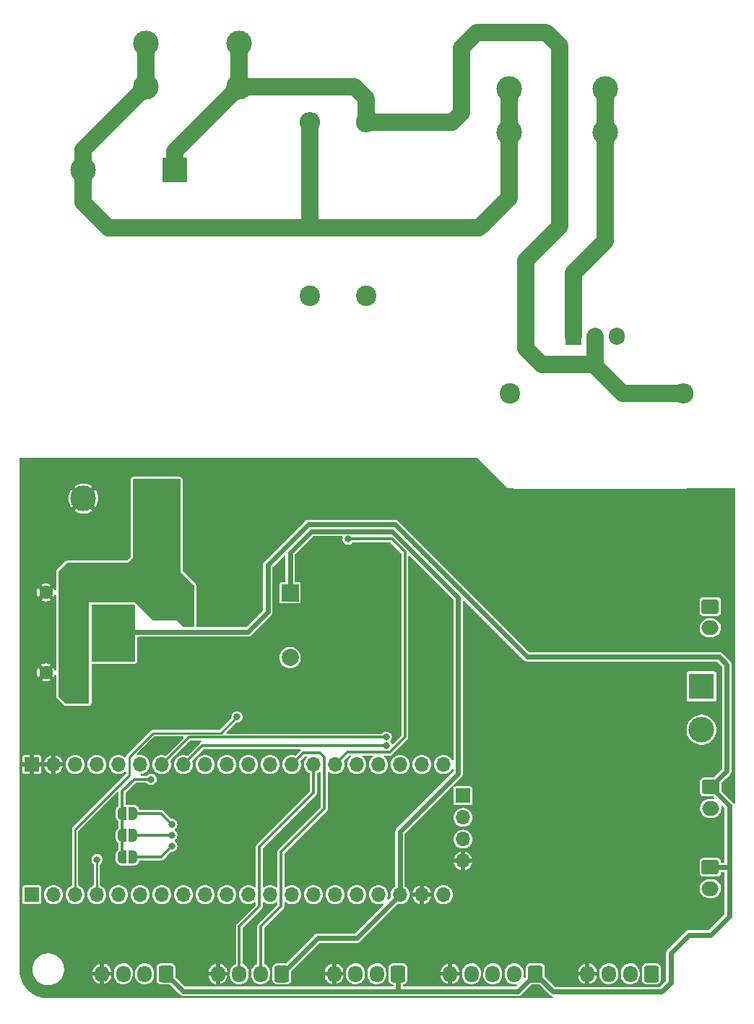
<source format=gbr>
%TF.GenerationSoftware,KiCad,Pcbnew,7.0.1*%
%TF.CreationDate,2023-11-07T15:52:04+07:00*%
%TF.ProjectId,Hot-plate-controller,486f742d-706c-4617-9465-2d636f6e7472,rev?*%
%TF.SameCoordinates,Original*%
%TF.FileFunction,Copper,L2,Bot*%
%TF.FilePolarity,Positive*%
%FSLAX46Y46*%
G04 Gerber Fmt 4.6, Leading zero omitted, Abs format (unit mm)*
G04 Created by KiCad (PCBNEW 7.0.1) date 2023-11-07 15:52:04*
%MOMM*%
%LPD*%
G01*
G04 APERTURE LIST*
G04 Aperture macros list*
%AMRoundRect*
0 Rectangle with rounded corners*
0 $1 Rounding radius*
0 $2 $3 $4 $5 $6 $7 $8 $9 X,Y pos of 4 corners*
0 Add a 4 corners polygon primitive as box body*
4,1,4,$2,$3,$4,$5,$6,$7,$8,$9,$2,$3,0*
0 Add four circle primitives for the rounded corners*
1,1,$1+$1,$2,$3*
1,1,$1+$1,$4,$5*
1,1,$1+$1,$6,$7*
1,1,$1+$1,$8,$9*
0 Add four rect primitives between the rounded corners*
20,1,$1+$1,$2,$3,$4,$5,0*
20,1,$1+$1,$4,$5,$6,$7,0*
20,1,$1+$1,$6,$7,$8,$9,0*
20,1,$1+$1,$8,$9,$2,$3,0*%
%AMFreePoly0*
4,1,19,0.500000,-0.750000,0.000000,-0.750000,0.000000,-0.744911,-0.071157,-0.744911,-0.207708,-0.704816,-0.327430,-0.627875,-0.420627,-0.520320,-0.479746,-0.390866,-0.500000,-0.250000,-0.500000,0.250000,-0.479746,0.390866,-0.420627,0.520320,-0.327430,0.627875,-0.207708,0.704816,-0.071157,0.744911,0.000000,0.744911,0.000000,0.750000,0.500000,0.750000,0.500000,-0.750000,0.500000,-0.750000,
$1*%
%AMFreePoly1*
4,1,19,0.000000,0.744911,0.071157,0.744911,0.207708,0.704816,0.327430,0.627875,0.420627,0.520320,0.479746,0.390866,0.500000,0.250000,0.500000,-0.250000,0.479746,-0.390866,0.420627,-0.520320,0.327430,-0.627875,0.207708,-0.704816,0.071157,-0.744911,0.000000,-0.744911,0.000000,-0.750000,-0.500000,-0.750000,-0.500000,0.750000,0.000000,0.750000,0.000000,0.744911,0.000000,0.744911,
$1*%
G04 Aperture macros list end*
%TA.AperFunction,ComponentPad*%
%ADD10C,3.000000*%
%TD*%
%TA.AperFunction,ComponentPad*%
%ADD11R,1.700000X1.700000*%
%TD*%
%TA.AperFunction,ComponentPad*%
%ADD12O,1.700000X1.700000*%
%TD*%
%TA.AperFunction,ComponentPad*%
%ADD13RoundRect,0.250000X-0.750000X0.600000X-0.750000X-0.600000X0.750000X-0.600000X0.750000X0.600000X0*%
%TD*%
%TA.AperFunction,ComponentPad*%
%ADD14O,2.000000X1.700000*%
%TD*%
%TA.AperFunction,ComponentPad*%
%ADD15R,1.905000X2.000000*%
%TD*%
%TA.AperFunction,ComponentPad*%
%ADD16O,1.905000X2.000000*%
%TD*%
%TA.AperFunction,ComponentPad*%
%ADD17R,3.000000X3.000000*%
%TD*%
%TA.AperFunction,ComponentPad*%
%ADD18RoundRect,0.250000X0.600000X0.725000X-0.600000X0.725000X-0.600000X-0.725000X0.600000X-0.725000X0*%
%TD*%
%TA.AperFunction,ComponentPad*%
%ADD19O,1.700000X1.950000*%
%TD*%
%TA.AperFunction,ComponentPad*%
%ADD20R,1.600000X1.600000*%
%TD*%
%TA.AperFunction,ComponentPad*%
%ADD21C,1.600000*%
%TD*%
%TA.AperFunction,ComponentPad*%
%ADD22R,2.000000X2.000000*%
%TD*%
%TA.AperFunction,ComponentPad*%
%ADD23C,2.000000*%
%TD*%
%TA.AperFunction,ComponentPad*%
%ADD24C,2.400000*%
%TD*%
%TA.AperFunction,ComponentPad*%
%ADD25O,2.400000X2.400000*%
%TD*%
%TA.AperFunction,SMDPad,CuDef*%
%ADD26FreePoly0,180.000000*%
%TD*%
%TA.AperFunction,SMDPad,CuDef*%
%ADD27FreePoly1,180.000000*%
%TD*%
%TA.AperFunction,ViaPad*%
%ADD28C,0.800000*%
%TD*%
%TA.AperFunction,Conductor*%
%ADD29C,2.000000*%
%TD*%
%TA.AperFunction,Conductor*%
%ADD30C,0.600000*%
%TD*%
%TA.AperFunction,Conductor*%
%ADD31C,0.300000*%
%TD*%
%TA.AperFunction,Conductor*%
%ADD32C,0.250000*%
%TD*%
G04 APERTURE END LIST*
D10*
%TO.P,J4,1,Pin_1*%
%TO.N,Net-(J4-Pin_1)*%
X128625600Y-51181000D03*
X128625600Y-46101000D03*
%TD*%
%TO.P,J3,1,Pin_1*%
%TO.N,Net-(J3-Pin_1)*%
X85750400Y-45872400D03*
X85750400Y-40792400D03*
%TD*%
%TO.P,J2,1,Pin_1*%
%TO.N,Net-(J1-Pin_1)*%
X74828400Y-45872400D03*
X74828400Y-40792400D03*
%TD*%
%TO.P,J1,1,Pin_1*%
%TO.N,Net-(J1-Pin_1)*%
X117348000Y-51181000D03*
X117348000Y-46101000D03*
%TD*%
D11*
%TO.P,J6,1,Pin_1*%
%TO.N,/B12*%
X61417200Y-140436600D03*
D12*
%TO.P,J6,2,Pin_2*%
%TO.N,/B13*%
X63957200Y-140436600D03*
%TO.P,J6,3,Pin_3*%
%TO.N,/B14*%
X66497200Y-140436600D03*
%TO.P,J6,4,Pin_4*%
%TO.N,/B15*%
X69037200Y-140436600D03*
%TO.P,J6,5,Pin_5*%
%TO.N,/A8*%
X71577200Y-140436600D03*
%TO.P,J6,6,Pin_6*%
%TO.N,/A*%
X74117200Y-140436600D03*
%TO.P,J6,7,Pin_7*%
%TO.N,/A10*%
X76657200Y-140436600D03*
%TO.P,J6,8,Pin_8*%
%TO.N,/A11*%
X79197200Y-140436600D03*
%TO.P,J6,9,Pin_9*%
%TO.N,/A12*%
X81737200Y-140436600D03*
%TO.P,J6,10,Pin_10*%
%TO.N,/A15*%
X84277200Y-140436600D03*
%TO.P,J6,11,Pin_11*%
%TO.N,/B3*%
X86817200Y-140436600D03*
%TO.P,J6,12,Pin_12*%
%TO.N,/B4*%
X89357200Y-140436600D03*
%TO.P,J6,13,Pin_13*%
%TO.N,/B5*%
X91897200Y-140436600D03*
%TO.P,J6,14,Pin_14*%
%TO.N,/B6*%
X94437200Y-140436600D03*
%TO.P,J6,15,Pin_15*%
%TO.N,/B7*%
X96977200Y-140436600D03*
%TO.P,J6,16,Pin_16*%
%TO.N,/B8*%
X99517200Y-140436600D03*
%TO.P,J6,17,Pin_17*%
%TO.N,/B9*%
X102057200Y-140436600D03*
%TO.P,J6,18,Pin_18*%
%TO.N,+5V*%
X104597200Y-140436600D03*
%TO.P,J6,19,Pin_19*%
%TO.N,GND*%
X107137200Y-140436600D03*
%TO.P,J6,20,Pin_20*%
%TO.N,unconnected-(J6-Pin_20-Pad20)*%
X109677200Y-140436600D03*
%TD*%
D13*
%TO.P,J16,1,Pin_1*%
%TO.N,+5V*%
X140961600Y-106705400D03*
D14*
%TO.P,J16,2,Pin_2*%
%TO.N,Net-(D4-A)*%
X140961600Y-109205400D03*
%TD*%
D15*
%TO.P,Q1,1,A1*%
%TO.N,Net-(J4-Pin_1)*%
X124917200Y-75041800D03*
D16*
%TO.P,Q1,2,A2*%
%TO.N,Net-(J3-Pin_1)*%
X127457200Y-75041800D03*
%TO.P,Q1,3,G*%
%TO.N,Net-(Q1-G)*%
X129997200Y-75041800D03*
%TD*%
D17*
%TO.P,J5,1,Pin_1*%
%TO.N,Net-(J5-Pin_1)*%
X139928600Y-116055400D03*
D10*
%TO.P,J5,2,Pin_2*%
%TO.N,Net-(J5-Pin_2)*%
X139928600Y-121135400D03*
%TD*%
D18*
%TO.P,J15,1,Pin_1*%
%TO.N,unconnected-(J15-Pin_1-Pad1)*%
X134064400Y-149699200D03*
D19*
%TO.P,J15,2,Pin_2*%
%TO.N,/DIO*%
X131564400Y-149699200D03*
%TO.P,J15,3,Pin_3*%
%TO.N,/CLK*%
X129064400Y-149699200D03*
%TO.P,J15,4,Pin_4*%
%TO.N,GND*%
X126564400Y-149699200D03*
%TD*%
D13*
%TO.P,J12,1,Pin_1*%
%TO.N,+3V3*%
X140961600Y-137230800D03*
D14*
%TO.P,J12,2,Pin_2*%
%TO.N,Net-(J12-Pin_2)*%
X140961600Y-139730800D03*
%TD*%
D18*
%TO.P,J9,1,Pin_1*%
%TO.N,+3V3*%
X120460036Y-149699200D03*
D19*
%TO.P,J9,2,Pin_2*%
%TO.N,/A0*%
X117960036Y-149699200D03*
%TO.P,J9,3,Pin_3*%
%TO.N,/A8*%
X115460036Y-149699200D03*
%TO.P,J9,4,Pin_4*%
%TO.N,/A*%
X112960036Y-149699200D03*
%TO.P,J9,5,Pin_5*%
%TO.N,GND*%
X110460036Y-149699200D03*
%TD*%
D20*
%TO.P,C3,1*%
%TO.N,+5V*%
X65575795Y-114427000D03*
D21*
%TO.P,C3,2*%
%TO.N,GND*%
X63075795Y-114427000D03*
%TD*%
D17*
%TO.P,PS2,1,AC/N*%
%TO.N,Net-(J3-Pin_1)*%
X78218800Y-55560000D03*
D10*
%TO.P,PS2,2,AC/L*%
%TO.N,Net-(J1-Pin_1)*%
X67468800Y-55560000D03*
%TO.P,PS2,3,-Vo*%
%TO.N,GND*%
X67468800Y-94060000D03*
%TO.P,PS2,4,+Vo*%
%TO.N,+5V*%
X75468800Y-94060000D03*
%TD*%
D13*
%TO.P,J13,1,Pin_1*%
%TO.N,+3V3*%
X141004000Y-127838200D03*
D14*
%TO.P,J13,2,Pin_2*%
%TO.N,Net-(J13-Pin_2)*%
X141004000Y-130338200D03*
%TD*%
D22*
%TO.P,BZ1,1,-*%
%TO.N,+5V*%
X91694000Y-105089800D03*
D23*
%TO.P,BZ1,2,+*%
%TO.N,Net-(BZ1-+)*%
X91694000Y-112689800D03*
%TD*%
D24*
%TO.P,R6,1*%
%TO.N,Net-(D2-Pad4)*%
X94005400Y-70358000D03*
D25*
%TO.P,R6,2*%
%TO.N,Net-(J1-Pin_1)*%
X94005400Y-50038000D03*
%TD*%
D24*
%TO.P,R5,1*%
%TO.N,Net-(D2-Pad3)*%
X100660200Y-70358000D03*
D25*
%TO.P,R5,2*%
%TO.N,Net-(J3-Pin_1)*%
X100660200Y-50038000D03*
%TD*%
D24*
%TO.P,R4,1*%
%TO.N,Net-(R4-Pad1)*%
X117449600Y-81722000D03*
D25*
%TO.P,R4,2*%
%TO.N,Net-(J3-Pin_1)*%
X137769600Y-81722000D03*
%TD*%
D18*
%TO.P,J14,1,Pin_1*%
%TO.N,+5V*%
X90751312Y-149699200D03*
D19*
%TO.P,J14,2,Pin_2*%
%TO.N,/A3*%
X88251312Y-149699200D03*
%TO.P,J14,3,Pin_3*%
%TO.N,/A2*%
X85751312Y-149699200D03*
%TO.P,J14,4,Pin_4*%
%TO.N,GND*%
X83251312Y-149699200D03*
%TD*%
D11*
%TO.P,J8,1,Pin_1*%
%TO.N,unconnected-(J8-Pin_1-Pad1)*%
X111962800Y-128861600D03*
D12*
%TO.P,J8,2,Pin_2*%
%TO.N,/DIO*%
X111962800Y-131401600D03*
%TO.P,J8,3,Pin_3*%
%TO.N,/CLK*%
X111962800Y-133941600D03*
%TO.P,J8,4,Pin_4*%
%TO.N,GND*%
X111962800Y-136481600D03*
%TD*%
D18*
%TO.P,J10,1,Pin_1*%
%TO.N,+3V3*%
X104355674Y-149699200D03*
D19*
%TO.P,J10,2,Pin_2*%
%TO.N,/B9*%
X101855674Y-149699200D03*
%TO.P,J10,3,Pin_3*%
%TO.N,/B8*%
X99355674Y-149699200D03*
%TO.P,J10,4,Pin_4*%
%TO.N,GND*%
X96855674Y-149699200D03*
%TD*%
D18*
%TO.P,J11,1,Pin_1*%
%TO.N,+3V3*%
X77146950Y-149699200D03*
D19*
%TO.P,J11,2,Pin_2*%
%TO.N,/B7*%
X74646950Y-149699200D03*
%TO.P,J11,3,Pin_3*%
%TO.N,/B6*%
X72146950Y-149699200D03*
%TO.P,J11,4,Pin_4*%
%TO.N,GND*%
X69646950Y-149699200D03*
%TD*%
D11*
%TO.P,J7,1,Pin_1*%
%TO.N,GND*%
X61417200Y-125196600D03*
D12*
%TO.P,J7,2,Pin_2*%
X63957200Y-125196600D03*
%TO.P,J7,3,Pin_3*%
%TO.N,unconnected-(J7-Pin_3-Pad3)*%
X66497200Y-125196600D03*
%TO.P,J7,4,Pin_4*%
%TO.N,/RST*%
X69037200Y-125196600D03*
%TO.P,J7,5,Pin_5*%
%TO.N,/B11*%
X71577200Y-125196600D03*
%TO.P,J7,6,Pin_6*%
%TO.N,/B10*%
X74117200Y-125196600D03*
%TO.P,J7,7,Pin_7*%
%TO.N,/B1*%
X76657200Y-125196600D03*
%TO.P,J7,8,Pin_8*%
%TO.N,/B0*%
X79197200Y-125196600D03*
%TO.P,J7,9,Pin_9*%
%TO.N,/A7*%
X81737200Y-125196600D03*
%TO.P,J7,10,Pin_10*%
%TO.N,/A6*%
X84277200Y-125196600D03*
%TO.P,J7,11,Pin_11*%
%TO.N,/A5*%
X86817200Y-125196600D03*
%TO.P,J7,12,Pin_12*%
%TO.N,/A4*%
X89357200Y-125196600D03*
%TO.P,J7,13,Pin_13*%
%TO.N,/A3*%
X91897200Y-125196600D03*
%TO.P,J7,14,Pin_14*%
%TO.N,/A2*%
X94437200Y-125196600D03*
%TO.P,J7,15,Pin_15*%
%TO.N,/A1*%
X96977200Y-125196600D03*
%TO.P,J7,16,Pin_16*%
%TO.N,/A0*%
X99517200Y-125196600D03*
%TO.P,J7,17,Pin_17*%
%TO.N,/C15*%
X102057200Y-125196600D03*
%TO.P,J7,18,Pin_18*%
%TO.N,/C14*%
X104597200Y-125196600D03*
%TO.P,J7,19,Pin_19*%
%TO.N,/C13*%
X107137200Y-125196600D03*
%TO.P,J7,20,Pin_20*%
%TO.N,/VBAT*%
X109677200Y-125196600D03*
%TD*%
D20*
%TO.P,C4,1*%
%TO.N,+5V*%
X65575795Y-105054400D03*
D21*
%TO.P,C4,2*%
%TO.N,GND*%
X63075795Y-105054400D03*
%TD*%
D26*
%TO.P,JP1,1,A*%
%TO.N,Net-(JP1-A)*%
X73304400Y-130919800D03*
D27*
%TO.P,JP1,2,B*%
%TO.N,+3V3*%
X72004400Y-130919800D03*
%TD*%
D26*
%TO.P,JP3,1,A*%
%TO.N,Net-(JP3-A)*%
X73304400Y-136025200D03*
D27*
%TO.P,JP3,2,B*%
%TO.N,+3V3*%
X72004400Y-136025200D03*
%TD*%
D26*
%TO.P,JP2,1,A*%
%TO.N,Net-(JP2-A)*%
X73304400Y-133502400D03*
D27*
%TO.P,JP2,2,B*%
%TO.N,+3V3*%
X72004400Y-133502400D03*
%TD*%
D28*
%TO.N,GND*%
X69181134Y-91516200D03*
X68334467Y-91516200D03*
X67487800Y-91516200D03*
X66641133Y-91516200D03*
X65794466Y-91516200D03*
X69181134Y-90669533D03*
X68334467Y-90669533D03*
X67487800Y-90669533D03*
X66641133Y-90669533D03*
X65794466Y-90669533D03*
X69206534Y-98467334D03*
X68359867Y-98467334D03*
X67513200Y-98467334D03*
X66666533Y-98467334D03*
X65819866Y-98467334D03*
X69206534Y-97620667D03*
X68359867Y-97620667D03*
X67513200Y-97620667D03*
X66666533Y-97620667D03*
X65819866Y-97620667D03*
X69206534Y-96774000D03*
X68359867Y-96774000D03*
X67513200Y-96774000D03*
X66666533Y-96774000D03*
X65819866Y-96774000D03*
X133756400Y-147218400D03*
X107442000Y-143992600D03*
X92608400Y-144195800D03*
X79654400Y-144449800D03*
X91490800Y-110363000D03*
X87147400Y-107111800D03*
X83642200Y-106426000D03*
X82880200Y-108178600D03*
X81940400Y-94945200D03*
X91135200Y-90703400D03*
X102666800Y-90576400D03*
X109270800Y-90601800D03*
X141401800Y-101244400D03*
X141325600Y-95148400D03*
X130302000Y-98907600D03*
X115773200Y-122174000D03*
X116992400Y-115087400D03*
X131521200Y-113792000D03*
X125018800Y-114350800D03*
X141732000Y-118821200D03*
X138252200Y-118719600D03*
X134924800Y-115824000D03*
X137160000Y-115036600D03*
X137134600Y-122199400D03*
X134543800Y-121666000D03*
X133477000Y-126974600D03*
X129057400Y-130403600D03*
X120421400Y-127609600D03*
X123190000Y-131572000D03*
X132181600Y-132537200D03*
X140944600Y-132943600D03*
X139014200Y-128701800D03*
X139217400Y-138633200D03*
X130987800Y-139750800D03*
X129133600Y-139725400D03*
X89306400Y-135839200D03*
X92354400Y-132003800D03*
X85420200Y-135585200D03*
X87655400Y-130759200D03*
X96291400Y-135661400D03*
X103225600Y-130556000D03*
X107975400Y-134010400D03*
X115620800Y-138709400D03*
X110439200Y-148005800D03*
X96875600Y-148031200D03*
X83312000Y-148031200D03*
X69646800Y-148031200D03*
X63550800Y-143840200D03*
X61950600Y-132613400D03*
X67868800Y-127812800D03*
X67741800Y-137058400D03*
X70561200Y-137134600D03*
X68884800Y-132181600D03*
X78308200Y-128295400D03*
X80518000Y-130657600D03*
X76860400Y-122732800D03*
X78282800Y-119634000D03*
X69240400Y-100634800D03*
X61442600Y-105079800D03*
X63042800Y-103479600D03*
X63068200Y-106654600D03*
X61493400Y-114401600D03*
X63195200Y-116078000D03*
X63119000Y-112852200D03*
X61976000Y-121056400D03*
X71247000Y-117475000D03*
X75590400Y-112191800D03*
X77495400Y-113538000D03*
X83413600Y-111607600D03*
X82931000Y-116789200D03*
X89636600Y-120954800D03*
X108508800Y-114833400D03*
X102666800Y-114579400D03*
X100787200Y-120827800D03*
X108737400Y-120726200D03*
X122021600Y-121285000D03*
X126034800Y-118948200D03*
X127889000Y-121335800D03*
X127330200Y-94792800D03*
X85369400Y-101193600D03*
X95097600Y-101549200D03*
X102108000Y-106172000D03*
X107696000Y-110032800D03*
X114376200Y-110540800D03*
X114020600Y-102895400D03*
X110515400Y-96393000D03*
%TO.N,+5V*%
X77664734Y-97620667D03*
X70662799Y-103784400D03*
X76818067Y-98467334D03*
X76818067Y-97620667D03*
X74278066Y-98467334D03*
X75124733Y-97620667D03*
X72356133Y-104631067D03*
X77664734Y-98467334D03*
X73202800Y-103784400D03*
X75971400Y-98467334D03*
X72356133Y-103784400D03*
X69816132Y-103784400D03*
X71509466Y-104631067D03*
X75124733Y-96774000D03*
X74278066Y-97620667D03*
X71509466Y-103784400D03*
X76818067Y-96774000D03*
X75971400Y-97620667D03*
X77664734Y-96774000D03*
X73202800Y-104631067D03*
X74278066Y-96774000D03*
X70662799Y-104631067D03*
X69816132Y-104631067D03*
X75971400Y-96774000D03*
X75124733Y-98467334D03*
%TO.N,GND*%
X123672600Y-149352000D03*
X131495800Y-117020600D03*
X131495800Y-120170200D03*
%TO.N,+3V3*%
X68876333Y-110523867D03*
X68876333Y-108830533D03*
X69723000Y-109677200D03*
X69723000Y-107983866D03*
X69723000Y-111370534D03*
X69723000Y-108830533D03*
X68876333Y-109677200D03*
X69723000Y-110523867D03*
X68876333Y-107983866D03*
X75387200Y-126936000D03*
X68876333Y-111370534D03*
%TO.N,/B14*%
X85471000Y-119634000D03*
%TO.N,/B15*%
X69062600Y-136321800D03*
%TO.N,/B1*%
X102971600Y-121987297D03*
%TO.N,/B0*%
X102971600Y-122986800D03*
%TO.N,/A1*%
X98501200Y-98806000D03*
%TO.N,Net-(JP1-A)*%
X77825600Y-132207000D03*
%TO.N,Net-(JP2-A)*%
X77825600Y-133477000D03*
%TO.N,Net-(JP3-A)*%
X77825600Y-134747000D03*
%TD*%
D29*
%TO.N,Net-(J3-Pin_1)*%
X78218800Y-53404000D02*
X78218800Y-55560000D01*
X85750400Y-45872400D02*
X78218800Y-53404000D01*
X99288600Y-45872400D02*
X85750400Y-45872400D01*
X100660200Y-47244000D02*
X99288600Y-45872400D01*
X100660200Y-50038000D02*
X100660200Y-47244000D01*
X127457200Y-78536800D02*
X130642400Y-81722000D01*
X130642400Y-81722000D02*
X137769600Y-81722000D01*
X127457200Y-77841800D02*
X127457200Y-78536800D01*
X110667800Y-50038000D02*
X100660200Y-50038000D01*
X111810800Y-41249600D02*
X111810800Y-48895000D01*
X113563400Y-39497000D02*
X111810800Y-41249600D01*
X123291600Y-41046400D02*
X121742200Y-39497000D01*
X119354600Y-66141600D02*
X123291600Y-62204600D01*
X123291600Y-62204600D02*
X123291600Y-41046400D01*
X119354600Y-76504800D02*
X119354600Y-66141600D01*
X126965400Y-78333600D02*
X121183400Y-78333600D01*
X127457200Y-77841800D02*
X126965400Y-78333600D01*
X111810800Y-48895000D02*
X110667800Y-50038000D01*
X121183400Y-78333600D02*
X119354600Y-76504800D01*
X121742200Y-39497000D02*
X113563400Y-39497000D01*
%TO.N,Net-(J1-Pin_1)*%
X117348000Y-58877200D02*
X117348000Y-51181000D01*
X113842800Y-62382400D02*
X117348000Y-58877200D01*
X93903800Y-62382400D02*
X113842800Y-62382400D01*
%TO.N,Net-(J3-Pin_1)*%
X85750400Y-40792400D02*
X85750400Y-45872400D01*
%TO.N,Net-(J1-Pin_1)*%
X94005400Y-62280800D02*
X93903800Y-62382400D01*
X94005400Y-50038000D02*
X94005400Y-62280800D01*
X70434200Y-62382400D02*
X93903800Y-62382400D01*
%TO.N,Net-(J4-Pin_1)*%
X128625600Y-46101000D02*
X128625600Y-51181000D01*
X128625600Y-63931800D02*
X128625600Y-51181000D01*
X124917200Y-67640200D02*
X128625600Y-63931800D01*
X124917200Y-75041800D02*
X124917200Y-67640200D01*
%TO.N,Net-(J1-Pin_1)*%
X117348000Y-46101000D02*
X117348000Y-51181000D01*
X67468800Y-59417000D02*
X70434200Y-62382400D01*
X67468800Y-55560000D02*
X67468800Y-59417000D01*
X67468800Y-53232000D02*
X74828400Y-45872400D01*
X67468800Y-55560000D02*
X67468800Y-53232000D01*
X74828400Y-45872400D02*
X74828400Y-40792400D01*
D30*
%TO.N,+5V*%
X94933912Y-145516600D02*
X99517200Y-145516600D01*
X99517200Y-145516600D02*
X104597200Y-140436600D01*
X90751312Y-149699200D02*
X94933912Y-145516600D01*
X104597200Y-133070600D02*
X104597200Y-140436600D01*
X111404400Y-126263400D02*
X104597200Y-133070600D01*
X111404400Y-105633762D02*
X111404400Y-126263400D01*
X91694000Y-105089800D02*
X91694000Y-100355400D01*
X103676638Y-97906000D02*
X111404400Y-105633762D01*
X91694000Y-100355400D02*
X94143400Y-97906000D01*
X94143400Y-97906000D02*
X103676638Y-97906000D01*
%TO.N,+3V3*%
X89077800Y-101840230D02*
X93812030Y-97106000D01*
D31*
X72004400Y-133502400D02*
X72004400Y-130919800D01*
D30*
X83337400Y-151765000D02*
X79212750Y-151765000D01*
D31*
X72004400Y-128350800D02*
X72004400Y-130919800D01*
D30*
X140961600Y-137230800D02*
X143174400Y-137230800D01*
D31*
X72004400Y-136025200D02*
X72004400Y-133502400D01*
D30*
X136343630Y-150727170D02*
X135280400Y-151790400D01*
X122551236Y-151790400D02*
X120460036Y-149699200D01*
X104355674Y-151727126D02*
X104317800Y-151765000D01*
X93812030Y-97106000D02*
X104008009Y-97106000D01*
X119474808Y-112572800D02*
X141986000Y-112572800D01*
X89077800Y-107340400D02*
X89077800Y-101840230D01*
X141013660Y-145135600D02*
X138480800Y-145135600D01*
X104008009Y-97106000D02*
X119474808Y-112572800D01*
X143205200Y-137261600D02*
X143205200Y-142944060D01*
X143205200Y-130039400D02*
X141004000Y-127838200D01*
X142875000Y-113461800D02*
X142875000Y-125967200D01*
X96901000Y-151765000D02*
X104317800Y-151765000D01*
X104317800Y-151765000D02*
X118394236Y-151765000D01*
X118394236Y-151765000D02*
X120460036Y-149699200D01*
X79212750Y-151765000D02*
X77146950Y-149699200D01*
X83337400Y-151765000D02*
X96901000Y-151765000D01*
X138480800Y-145135600D02*
X136343630Y-147272770D01*
X142875000Y-125967200D02*
X141004000Y-127838200D01*
X104355674Y-149699200D02*
X104355674Y-151727126D01*
D31*
X75387200Y-126936000D02*
X73419200Y-126936000D01*
D30*
X136343630Y-147272770D02*
X136343630Y-150727170D01*
X141986000Y-112572800D02*
X142875000Y-113461800D01*
X135280400Y-151790400D02*
X122551236Y-151790400D01*
X143205200Y-142944060D02*
X141013660Y-145135600D01*
X143205200Y-137261600D02*
X143205200Y-130039400D01*
X86741000Y-109677200D02*
X89077800Y-107340400D01*
D31*
X73419200Y-126936000D02*
X72004400Y-128350800D01*
D30*
X143174400Y-137230800D02*
X143205200Y-137261600D01*
X69723000Y-109677200D02*
X86741000Y-109677200D01*
D29*
%TO.N,Net-(J3-Pin_1)*%
X127457200Y-75041800D02*
X127457200Y-77841800D01*
D32*
%TO.N,/B14*%
X66497200Y-140436600D02*
X66497200Y-132791200D01*
X66497200Y-132791200D02*
X72847200Y-126441200D01*
X75642503Y-121512297D02*
X83592703Y-121512297D01*
X72847200Y-126441200D02*
X72847200Y-124307600D01*
X72847200Y-124307600D02*
X75642503Y-121512297D01*
X83592703Y-121512297D02*
X85471000Y-119634000D01*
%TO.N,/B15*%
X69037200Y-140436600D02*
X69037200Y-136347200D01*
X69037200Y-136347200D02*
X69062600Y-136321800D01*
D31*
%TO.N,/B1*%
X76657200Y-125196600D02*
X79866503Y-121987297D01*
X79866503Y-121987297D02*
X102971600Y-121987297D01*
%TO.N,/B0*%
X81407000Y-122986800D02*
X102971600Y-122986800D01*
X79197200Y-125196600D02*
X81407000Y-122986800D01*
%TO.N,/A3*%
X95707200Y-130352800D02*
X95707200Y-124333000D01*
X90627200Y-135432800D02*
X95707200Y-130352800D01*
X95707200Y-124333000D02*
X95199200Y-123825000D01*
X88251312Y-144184088D02*
X90627200Y-141808200D01*
X88251312Y-149699200D02*
X88251312Y-144184088D01*
X93268800Y-123825000D02*
X91897200Y-125196600D01*
X90627200Y-141808200D02*
X90627200Y-135432800D01*
X95199200Y-123825000D02*
X93268800Y-123825000D01*
%TO.N,/A2*%
X88087200Y-134848600D02*
X88087200Y-141808200D01*
X94437200Y-125196600D02*
X94437200Y-128498600D01*
X88087200Y-141808200D02*
X85751312Y-144144088D01*
X94437200Y-128498600D02*
X88087200Y-134848600D01*
X85751312Y-144144088D02*
X85751312Y-149699200D01*
%TO.N,/A1*%
X105156000Y-121996200D02*
X105156000Y-100304600D01*
X98425000Y-123748800D02*
X103403400Y-123748800D01*
X103403400Y-123748800D02*
X105156000Y-121996200D01*
X103657400Y-98806000D02*
X98501200Y-98806000D01*
X96977200Y-125196600D02*
X98425000Y-123748800D01*
X105156000Y-100304600D02*
X103657400Y-98806000D01*
%TO.N,Net-(JP1-A)*%
X73304400Y-130919800D02*
X76538400Y-130919800D01*
X76538400Y-130919800D02*
X77825600Y-132207000D01*
%TO.N,Net-(JP2-A)*%
X73304400Y-133502400D02*
X77800200Y-133502400D01*
X77800200Y-133502400D02*
X77825600Y-133477000D01*
%TO.N,Net-(JP3-A)*%
X76547400Y-136025200D02*
X77825600Y-134747000D01*
X73304400Y-136025200D02*
X76547400Y-136025200D01*
%TD*%
%TA.AperFunction,Conductor*%
%TO.N,GND*%
G36*
X113635691Y-89315839D02*
G01*
X113675919Y-89342719D01*
X117195600Y-92862400D01*
X117845117Y-92862400D01*
X117892570Y-92871839D01*
X117932798Y-92898719D01*
X117974382Y-92940303D01*
X117974616Y-92940652D01*
X117991802Y-92957781D01*
X117991803Y-92957783D01*
X117992087Y-92957900D01*
X117992186Y-92957941D01*
X118016740Y-92957941D01*
X118016946Y-92957900D01*
X138065758Y-92957900D01*
X138065947Y-92957938D01*
X138090612Y-92957941D01*
X138090613Y-92957942D01*
X138090613Y-92957941D01*
X138090615Y-92957942D01*
X138091593Y-92957541D01*
X138093267Y-92956864D01*
X138099444Y-92949334D01*
X138108761Y-92940017D01*
X138108874Y-92939845D01*
X138150001Y-92898718D01*
X138190230Y-92871839D01*
X138237682Y-92862400D01*
X143737500Y-92862400D01*
X143799500Y-92879013D01*
X143844887Y-92924400D01*
X143861500Y-92986400D01*
X143861500Y-129617813D01*
X143847985Y-129674108D01*
X143810385Y-129718131D01*
X143756898Y-129740286D01*
X143699182Y-129735744D01*
X143649819Y-129705494D01*
X143618913Y-129674588D01*
X143610405Y-129665161D01*
X143584477Y-129633291D01*
X143569815Y-129622941D01*
X143553644Y-129609319D01*
X142290818Y-128346493D01*
X142263938Y-128306265D01*
X142254499Y-128258812D01*
X142254499Y-127417587D01*
X142263938Y-127370134D01*
X142290818Y-127329906D01*
X142740070Y-126880654D01*
X143256145Y-126364578D01*
X143259129Y-126361694D01*
X143306044Y-126317880D01*
X143327398Y-126282762D01*
X143334532Y-126272282D01*
X143359361Y-126239542D01*
X143365945Y-126222843D01*
X143375344Y-126203919D01*
X143384672Y-126188582D01*
X143395760Y-126149005D01*
X143399800Y-126136992D01*
X143414876Y-126098764D01*
X143416711Y-126080911D01*
X143420658Y-126060144D01*
X143425500Y-126042865D01*
X143425500Y-126001782D01*
X143426150Y-125989101D01*
X143430352Y-125948227D01*
X143427303Y-125930544D01*
X143425500Y-125909475D01*
X143425500Y-113473322D01*
X143425572Y-113469089D01*
X143427762Y-113404974D01*
X143418035Y-113365062D01*
X143415665Y-113352594D01*
X143410070Y-113311880D01*
X143402920Y-113295420D01*
X143396180Y-113275378D01*
X143391933Y-113257948D01*
X143371792Y-113222127D01*
X143366149Y-113210764D01*
X143349780Y-113173080D01*
X143338456Y-113159160D01*
X143326559Y-113141680D01*
X143317765Y-113126040D01*
X143288713Y-113096988D01*
X143280205Y-113087561D01*
X143254277Y-113055691D01*
X143239615Y-113045341D01*
X143223444Y-113031719D01*
X142383406Y-112191681D01*
X142380492Y-112188667D01*
X142336680Y-112141756D01*
X142336679Y-112141755D01*
X142336678Y-112141754D01*
X142301574Y-112120407D01*
X142291079Y-112113264D01*
X142258342Y-112088439D01*
X142258340Y-112088438D01*
X142241644Y-112081853D01*
X142222714Y-112072450D01*
X142207384Y-112063128D01*
X142176924Y-112054593D01*
X142167814Y-112052040D01*
X142155795Y-112047999D01*
X142117564Y-112032924D01*
X142117563Y-112032923D01*
X142117561Y-112032923D01*
X142099715Y-112031088D01*
X142078952Y-112027142D01*
X142061668Y-112022300D01*
X142061665Y-112022300D01*
X142020582Y-112022300D01*
X142007901Y-112021650D01*
X141967027Y-112017447D01*
X141949344Y-112020497D01*
X141928275Y-112022300D01*
X119754195Y-112022300D01*
X119706742Y-112012861D01*
X119666514Y-111985981D01*
X116833329Y-109152796D01*
X139707346Y-109152796D01*
X139717346Y-109362730D01*
X139766897Y-109566980D01*
X139854202Y-109758152D01*
X139964445Y-109912966D01*
X139976114Y-109929352D01*
X140128222Y-110074386D01*
X140153937Y-110090912D01*
X140305025Y-110188012D01*
X140320315Y-110194133D01*
X140500143Y-110266125D01*
X140622462Y-110289700D01*
X140706514Y-110305900D01*
X140706515Y-110305900D01*
X141164020Y-110305900D01*
X141164025Y-110305900D01*
X141320818Y-110290928D01*
X141522475Y-110231716D01*
X141709282Y-110135411D01*
X141874486Y-110005492D01*
X142012119Y-109846656D01*
X142117204Y-109664644D01*
X142185944Y-109466033D01*
X142215854Y-109258002D01*
X142205854Y-109048070D01*
X142156304Y-108843824D01*
X142156302Y-108843819D01*
X142068997Y-108652647D01*
X141947087Y-108481450D01*
X141947086Y-108481448D01*
X141794978Y-108336414D01*
X141762857Y-108315771D01*
X141618174Y-108222787D01*
X141462209Y-108160349D01*
X141423057Y-108144675D01*
X141423056Y-108144674D01*
X141423054Y-108144674D01*
X141216686Y-108104900D01*
X141216685Y-108104900D01*
X140759175Y-108104900D01*
X140661179Y-108114257D01*
X140602379Y-108119872D01*
X140400726Y-108179083D01*
X140213915Y-108275390D01*
X140048715Y-108405306D01*
X139911079Y-108564145D01*
X139805996Y-108746154D01*
X139737255Y-108944766D01*
X139707346Y-109152796D01*
X116833329Y-109152796D01*
X115033802Y-107353269D01*
X139711100Y-107353269D01*
X139717509Y-107412884D01*
X139725137Y-107433336D01*
X139767804Y-107547731D01*
X139854054Y-107662946D01*
X139969269Y-107749196D01*
X140104117Y-107799491D01*
X140163727Y-107805900D01*
X141759472Y-107805899D01*
X141819083Y-107799491D01*
X141953931Y-107749196D01*
X142069146Y-107662946D01*
X142155396Y-107547731D01*
X142205691Y-107412883D01*
X142212100Y-107353273D01*
X142212099Y-106057528D01*
X142205691Y-105997917D01*
X142155396Y-105863069D01*
X142069146Y-105747854D01*
X141953931Y-105661604D01*
X141819083Y-105611309D01*
X141759473Y-105604900D01*
X141759469Y-105604900D01*
X140163730Y-105604900D01*
X140104115Y-105611309D01*
X139969269Y-105661604D01*
X139854054Y-105747854D01*
X139767804Y-105863068D01*
X139717509Y-105997915D01*
X139717509Y-105997917D01*
X139712652Y-106043098D01*
X139711100Y-106057530D01*
X139711100Y-107353269D01*
X115033802Y-107353269D01*
X104405430Y-96724897D01*
X104402516Y-96721883D01*
X104358689Y-96674956D01*
X104358686Y-96674954D01*
X104323587Y-96653610D01*
X104313089Y-96646465D01*
X104280352Y-96621639D01*
X104263652Y-96615053D01*
X104244723Y-96605650D01*
X104229393Y-96596328D01*
X104198933Y-96587793D01*
X104189823Y-96585240D01*
X104177804Y-96581199D01*
X104139573Y-96566124D01*
X104139572Y-96566123D01*
X104139570Y-96566123D01*
X104121724Y-96564288D01*
X104100961Y-96560342D01*
X104083677Y-96555500D01*
X104083674Y-96555500D01*
X104042591Y-96555500D01*
X104029910Y-96554850D01*
X103989036Y-96550647D01*
X103971353Y-96553697D01*
X103950284Y-96555500D01*
X93823552Y-96555500D01*
X93819319Y-96555428D01*
X93755203Y-96553237D01*
X93715285Y-96562965D01*
X93702814Y-96565335D01*
X93662108Y-96570930D01*
X93645642Y-96578082D01*
X93625608Y-96584818D01*
X93608180Y-96589065D01*
X93572363Y-96609203D01*
X93561000Y-96614847D01*
X93523307Y-96631220D01*
X93509388Y-96642545D01*
X93491913Y-96654439D01*
X93476269Y-96663235D01*
X93447215Y-96692288D01*
X93437794Y-96700791D01*
X93405921Y-96726722D01*
X93395570Y-96741386D01*
X93381949Y-96757555D01*
X88696680Y-101442823D01*
X88693637Y-101445764D01*
X88646756Y-101489549D01*
X88625405Y-101524657D01*
X88618266Y-101535146D01*
X88593438Y-101567888D01*
X88586854Y-101584584D01*
X88577454Y-101603510D01*
X88568129Y-101618846D01*
X88557042Y-101658411D01*
X88552997Y-101670437D01*
X88537923Y-101708664D01*
X88536088Y-101726515D01*
X88532142Y-101747278D01*
X88527300Y-101764563D01*
X88527300Y-101805648D01*
X88526650Y-101818329D01*
X88522447Y-101859202D01*
X88525497Y-101876886D01*
X88527300Y-101897955D01*
X88527300Y-107061014D01*
X88517861Y-107108467D01*
X88490981Y-107148695D01*
X86549294Y-109090381D01*
X86509066Y-109117261D01*
X86461613Y-109126700D01*
X80821300Y-109126700D01*
X80759300Y-109110087D01*
X80713913Y-109064700D01*
X80697300Y-109002700D01*
X80697300Y-104267562D01*
X80692391Y-104217716D01*
X80682952Y-104170263D01*
X80668412Y-104122332D01*
X80644801Y-104078160D01*
X80617920Y-104037930D01*
X80586145Y-103999213D01*
X79158819Y-102571887D01*
X79131939Y-102531659D01*
X79122500Y-102484206D01*
X79122500Y-91894200D01*
X79113794Y-91828071D01*
X79097181Y-91766071D01*
X79071656Y-91704450D01*
X79071655Y-91704449D01*
X79071655Y-91704448D01*
X79031051Y-91651531D01*
X78985668Y-91606148D01*
X78932751Y-91565544D01*
X78893891Y-91549447D01*
X78871129Y-91540019D01*
X78871127Y-91540018D01*
X78871126Y-91540018D01*
X78844923Y-91532997D01*
X78809129Y-91523406D01*
X78743000Y-91514700D01*
X73377600Y-91514700D01*
X73311471Y-91523406D01*
X73249473Y-91540018D01*
X73187848Y-91565544D01*
X73134931Y-91606148D01*
X73089548Y-91651531D01*
X73048944Y-91704448D01*
X73023418Y-91766073D01*
X73006806Y-91828071D01*
X72998100Y-91894200D01*
X72998100Y-100884006D01*
X72988661Y-100931459D01*
X72961781Y-100971687D01*
X72625287Y-101308181D01*
X72585059Y-101335061D01*
X72537606Y-101344500D01*
X65583362Y-101344500D01*
X65533511Y-101349409D01*
X65486063Y-101358847D01*
X65438132Y-101373387D01*
X65393960Y-101396998D01*
X65353730Y-101423879D01*
X65315013Y-101455654D01*
X64422454Y-102348213D01*
X64390679Y-102386930D01*
X64363798Y-102427160D01*
X64340187Y-102471332D01*
X64325647Y-102519263D01*
X64316209Y-102566711D01*
X64311300Y-102616562D01*
X64311300Y-104674234D01*
X64291735Y-104741087D01*
X64239214Y-104786844D01*
X64170311Y-104797065D01*
X64106768Y-104768524D01*
X64068639Y-104710229D01*
X64050561Y-104650635D01*
X63974818Y-104508928D01*
X63429348Y-105054400D01*
X63429348Y-105054401D01*
X63974818Y-105599870D01*
X64050561Y-105458164D01*
X64068639Y-105398571D01*
X64106768Y-105340276D01*
X64170311Y-105311735D01*
X64239214Y-105321956D01*
X64291735Y-105367713D01*
X64311300Y-105434566D01*
X64311300Y-114046834D01*
X64291735Y-114113687D01*
X64239214Y-114159444D01*
X64170311Y-114169665D01*
X64106768Y-114141124D01*
X64068639Y-114082829D01*
X64050561Y-114023235D01*
X63974818Y-113881528D01*
X63429348Y-114427000D01*
X63429348Y-114427001D01*
X63974818Y-114972470D01*
X64050561Y-114830764D01*
X64068639Y-114771171D01*
X64106768Y-114712876D01*
X64170311Y-114684335D01*
X64239214Y-114694556D01*
X64291735Y-114740313D01*
X64311300Y-114807166D01*
X64311300Y-117220438D01*
X64316209Y-117270288D01*
X64325647Y-117317736D01*
X64340187Y-117365667D01*
X64363798Y-117409839D01*
X64390679Y-117450069D01*
X64422454Y-117488786D01*
X65188013Y-118254345D01*
X65226730Y-118286120D01*
X65266960Y-118313001D01*
X65311131Y-118336611D01*
X65311132Y-118336612D01*
X65359063Y-118351152D01*
X65406516Y-118360591D01*
X65456362Y-118365500D01*
X68024200Y-118365500D01*
X68090329Y-118356794D01*
X68152329Y-118340181D01*
X68213950Y-118314656D01*
X68266866Y-118274053D01*
X68312253Y-118228666D01*
X68352856Y-118175750D01*
X68378381Y-118114129D01*
X68394994Y-118052129D01*
X68403700Y-117986000D01*
X68403700Y-113534423D01*
X68423120Y-113467797D01*
X68475297Y-113422040D01*
X68543886Y-113411484D01*
X68551600Y-113412500D01*
X73409000Y-113412500D01*
X73475129Y-113403794D01*
X73537129Y-113387181D01*
X73598750Y-113361656D01*
X73651666Y-113321053D01*
X73697053Y-113275666D01*
X73737656Y-113222750D01*
X73763181Y-113161129D01*
X73779794Y-113099129D01*
X73788500Y-113033000D01*
X73788500Y-112689800D01*
X90438722Y-112689800D01*
X90457792Y-112907774D01*
X90514425Y-113119131D01*
X90533091Y-113159160D01*
X90606898Y-113317439D01*
X90732402Y-113496677D01*
X90887123Y-113651398D01*
X91066361Y-113776902D01*
X91264670Y-113869375D01*
X91476023Y-113926007D01*
X91694000Y-113945077D01*
X91911977Y-113926007D01*
X92123330Y-113869375D01*
X92321639Y-113776902D01*
X92500877Y-113651398D01*
X92655598Y-113496677D01*
X92781102Y-113317439D01*
X92873575Y-113119130D01*
X92930207Y-112907777D01*
X92949277Y-112689800D01*
X92930207Y-112471823D01*
X92873575Y-112260470D01*
X92781102Y-112062162D01*
X92655598Y-111882923D01*
X92500877Y-111728202D01*
X92321639Y-111602698D01*
X92230205Y-111560061D01*
X92123331Y-111510225D01*
X91911974Y-111453592D01*
X91694000Y-111434522D01*
X91476025Y-111453592D01*
X91264668Y-111510225D01*
X91066361Y-111602698D01*
X90887122Y-111728202D01*
X90732402Y-111882922D01*
X90606898Y-112062161D01*
X90514425Y-112260468D01*
X90457792Y-112471825D01*
X90438722Y-112689800D01*
X73788500Y-112689800D01*
X73788500Y-110351700D01*
X73805113Y-110289700D01*
X73850500Y-110244313D01*
X73912500Y-110227700D01*
X86729478Y-110227700D01*
X86733711Y-110227772D01*
X86797824Y-110229962D01*
X86797824Y-110229961D01*
X86797826Y-110229962D01*
X86837751Y-110220231D01*
X86850196Y-110217866D01*
X86890920Y-110212270D01*
X86907383Y-110205118D01*
X86927419Y-110198380D01*
X86944852Y-110194133D01*
X86980695Y-110173978D01*
X86992015Y-110168357D01*
X87029720Y-110151980D01*
X87043635Y-110140658D01*
X87061111Y-110128763D01*
X87076759Y-110119966D01*
X87105813Y-110090910D01*
X87115230Y-110082411D01*
X87147108Y-110056478D01*
X87157461Y-110041810D01*
X87171073Y-110025650D01*
X89458930Y-107737792D01*
X89461915Y-107734907D01*
X89508844Y-107691080D01*
X89530197Y-107655963D01*
X89537331Y-107645482D01*
X89562161Y-107612742D01*
X89568743Y-107596048D01*
X89578144Y-107577119D01*
X89587472Y-107561782D01*
X89598560Y-107522205D01*
X89602600Y-107510192D01*
X89617676Y-107471964D01*
X89619511Y-107454111D01*
X89623458Y-107433344D01*
X89628300Y-107416065D01*
X89628300Y-107374983D01*
X89628950Y-107362302D01*
X89633152Y-107321428D01*
X89630103Y-107303745D01*
X89628300Y-107282676D01*
X89628300Y-102119617D01*
X89637739Y-102072164D01*
X89664619Y-102031936D01*
X90931819Y-100764736D01*
X90981182Y-100734486D01*
X91038898Y-100729944D01*
X91092385Y-100752099D01*
X91129985Y-100796122D01*
X91143500Y-100852417D01*
X91143500Y-103715300D01*
X91126887Y-103777300D01*
X91081500Y-103822687D01*
X91019500Y-103839300D01*
X90669325Y-103839300D01*
X90596261Y-103853833D01*
X90513399Y-103909199D01*
X90458033Y-103992061D01*
X90443500Y-104065125D01*
X90443500Y-106114475D01*
X90458033Y-106187538D01*
X90458033Y-106187539D01*
X90458034Y-106187540D01*
X90513399Y-106270401D01*
X90596260Y-106325766D01*
X90632792Y-106333032D01*
X90669325Y-106340300D01*
X90669326Y-106340300D01*
X92718674Y-106340300D01*
X92718675Y-106340300D01*
X92743029Y-106335455D01*
X92791740Y-106325766D01*
X92874601Y-106270401D01*
X92929966Y-106187540D01*
X92944500Y-106114474D01*
X92944500Y-104065126D01*
X92939090Y-104037931D01*
X92929966Y-103992061D01*
X92929966Y-103992060D01*
X92874601Y-103909199D01*
X92791740Y-103853834D01*
X92791739Y-103853833D01*
X92791738Y-103853833D01*
X92718675Y-103839300D01*
X92718674Y-103839300D01*
X92368500Y-103839300D01*
X92306500Y-103822687D01*
X92261113Y-103777300D01*
X92244500Y-103715300D01*
X92244500Y-100634787D01*
X92253939Y-100587334D01*
X92280819Y-100547106D01*
X94335106Y-98492819D01*
X94375334Y-98465939D01*
X94422787Y-98456500D01*
X97758393Y-98456500D01*
X97816019Y-98470704D01*
X97860443Y-98510060D01*
X97881489Y-98565554D01*
X97874335Y-98624469D01*
X97864963Y-98649182D01*
X97864963Y-98649183D01*
X97845921Y-98806000D01*
X97864963Y-98962818D01*
X97920980Y-99110523D01*
X98010715Y-99240528D01*
X98010716Y-99240529D01*
X98010717Y-99240530D01*
X98128960Y-99345283D01*
X98268835Y-99418696D01*
X98422215Y-99456500D01*
X98580185Y-99456500D01*
X98733565Y-99418696D01*
X98873440Y-99345283D01*
X98960611Y-99268056D01*
X98994896Y-99237684D01*
X99033152Y-99214558D01*
X99077122Y-99206500D01*
X103440145Y-99206500D01*
X103487598Y-99215939D01*
X103527826Y-99242819D01*
X104719181Y-100434173D01*
X104746061Y-100474401D01*
X104755500Y-100521854D01*
X104755500Y-121778945D01*
X104746061Y-121826398D01*
X104719181Y-121866626D01*
X103784143Y-122801663D01*
X103731560Y-122832911D01*
X103670437Y-122835220D01*
X103615646Y-122808029D01*
X103580520Y-122757953D01*
X103558070Y-122698758D01*
X103551820Y-122682277D01*
X103465685Y-122557488D01*
X103446241Y-122511851D01*
X103446241Y-122462245D01*
X103465685Y-122416608D01*
X103525892Y-122329384D01*
X103551820Y-122291820D01*
X103607837Y-122144115D01*
X103626878Y-121987297D01*
X103607837Y-121830479D01*
X103551820Y-121682774D01*
X103480010Y-121578739D01*
X103462084Y-121552768D01*
X103442798Y-121535682D01*
X103343840Y-121448014D01*
X103330594Y-121441062D01*
X103203964Y-121374600D01*
X103050585Y-121336797D01*
X102892615Y-121336797D01*
X102739235Y-121374600D01*
X102599358Y-121448015D01*
X102477904Y-121555613D01*
X102439648Y-121578739D01*
X102395678Y-121586797D01*
X84348602Y-121586797D01*
X84292307Y-121573282D01*
X84248284Y-121535682D01*
X84226129Y-121482195D01*
X84230671Y-121424479D01*
X84260921Y-121375116D01*
X85315217Y-120320819D01*
X85355445Y-120293939D01*
X85402898Y-120284500D01*
X85549985Y-120284500D01*
X85703365Y-120246696D01*
X85843240Y-120173283D01*
X85961483Y-120068530D01*
X86051220Y-119938523D01*
X86107237Y-119790818D01*
X86126278Y-119634000D01*
X86107237Y-119477182D01*
X86051220Y-119329477D01*
X85961483Y-119199470D01*
X85843240Y-119094717D01*
X85829994Y-119087764D01*
X85703364Y-119021303D01*
X85549985Y-118983500D01*
X85392015Y-118983500D01*
X85238635Y-119021303D01*
X85098761Y-119094716D01*
X84980515Y-119199471D01*
X84890780Y-119329476D01*
X84834763Y-119477181D01*
X84815721Y-119634000D01*
X84821896Y-119684853D01*
X84816017Y-119740249D01*
X84786481Y-119787480D01*
X83473484Y-121100478D01*
X83433256Y-121127358D01*
X83385803Y-121136797D01*
X75694306Y-121136797D01*
X75668860Y-121134158D01*
X75658234Y-121131930D01*
X75626827Y-121135845D01*
X75611490Y-121136797D01*
X75611389Y-121136797D01*
X75590862Y-121140221D01*
X75585803Y-121140958D01*
X75526059Y-121148406D01*
X75525819Y-121148483D01*
X75472862Y-121177141D01*
X75468308Y-121179485D01*
X75414224Y-121205925D01*
X75414009Y-121206085D01*
X75373232Y-121250379D01*
X75369686Y-121254074D01*
X72618308Y-124005452D01*
X72598454Y-124021576D01*
X72589365Y-124027514D01*
X72569922Y-124052494D01*
X72559763Y-124063998D01*
X72559684Y-124064076D01*
X72559679Y-124064082D01*
X72559680Y-124064082D01*
X72547590Y-124081014D01*
X72544541Y-124085104D01*
X72507554Y-124132624D01*
X72507437Y-124132853D01*
X72490257Y-124190555D01*
X72488695Y-124195431D01*
X72469137Y-124252402D01*
X72466539Y-124270230D01*
X72464846Y-124275913D01*
X72432873Y-124328999D01*
X72379205Y-124359983D01*
X72317245Y-124361128D01*
X72262469Y-124332147D01*
X72243241Y-124314619D01*
X72069838Y-124207252D01*
X71879657Y-124133576D01*
X71790655Y-124116939D01*
X71679176Y-124096100D01*
X71475224Y-124096100D01*
X71377370Y-124114392D01*
X71274742Y-124133576D01*
X71084561Y-124207252D01*
X70911158Y-124314618D01*
X70760436Y-124452019D01*
X70637524Y-124614781D01*
X70546618Y-124797348D01*
X70490802Y-124993516D01*
X70471985Y-125196600D01*
X70490802Y-125399683D01*
X70546618Y-125595851D01*
X70637524Y-125778418D01*
X70760436Y-125941180D01*
X70911158Y-126078581D01*
X71084561Y-126185947D01*
X71084563Y-126185948D01*
X71274744Y-126259624D01*
X71475224Y-126297100D01*
X71679174Y-126297100D01*
X71679176Y-126297100D01*
X71879656Y-126259624D01*
X72069837Y-126185948D01*
X72243241Y-126078581D01*
X72264160Y-126059510D01*
X72313765Y-126031880D01*
X72370484Y-126029257D01*
X72422426Y-126052192D01*
X72458700Y-126095874D01*
X72471700Y-126151146D01*
X72471700Y-126234301D01*
X72462261Y-126281754D01*
X72435381Y-126321982D01*
X66268308Y-132489052D01*
X66248454Y-132505176D01*
X66239365Y-132511114D01*
X66219922Y-132536094D01*
X66209763Y-132547598D01*
X66209684Y-132547676D01*
X66207060Y-132551352D01*
X66197590Y-132564614D01*
X66194541Y-132568704D01*
X66157554Y-132616224D01*
X66157437Y-132616453D01*
X66140257Y-132674155D01*
X66138695Y-132679031D01*
X66119140Y-132735995D01*
X66119106Y-132736230D01*
X66121594Y-132796392D01*
X66121700Y-132801516D01*
X66121700Y-139316931D01*
X66111892Y-139365265D01*
X66084020Y-139405952D01*
X66042496Y-139432556D01*
X66024230Y-139439632D01*
X66004559Y-139447253D01*
X65831158Y-139554618D01*
X65680436Y-139692019D01*
X65557524Y-139854781D01*
X65466618Y-140037348D01*
X65410802Y-140233516D01*
X65391985Y-140436599D01*
X65410802Y-140639683D01*
X65466618Y-140835851D01*
X65557524Y-141018418D01*
X65680436Y-141181180D01*
X65831158Y-141318581D01*
X66004561Y-141425947D01*
X66004563Y-141425948D01*
X66194744Y-141499624D01*
X66395224Y-141537100D01*
X66599174Y-141537100D01*
X66599176Y-141537100D01*
X66799656Y-141499624D01*
X66989837Y-141425948D01*
X67163241Y-141318581D01*
X67313964Y-141181179D01*
X67436873Y-141018421D01*
X67436873Y-141018419D01*
X67436875Y-141018418D01*
X67525639Y-140840153D01*
X67527782Y-140835850D01*
X67583597Y-140639683D01*
X67602415Y-140436600D01*
X67602415Y-140436599D01*
X67931985Y-140436599D01*
X67950802Y-140639683D01*
X68006618Y-140835851D01*
X68097524Y-141018418D01*
X68220436Y-141181180D01*
X68371158Y-141318581D01*
X68544561Y-141425947D01*
X68544563Y-141425948D01*
X68734744Y-141499624D01*
X68935224Y-141537100D01*
X69139174Y-141537100D01*
X69139176Y-141537100D01*
X69339656Y-141499624D01*
X69529837Y-141425948D01*
X69703241Y-141318581D01*
X69853964Y-141181179D01*
X69976873Y-141018421D01*
X69976873Y-141018419D01*
X69976875Y-141018418D01*
X70065639Y-140840153D01*
X70067782Y-140835850D01*
X70123597Y-140639683D01*
X70142415Y-140436600D01*
X70142415Y-140436599D01*
X70471985Y-140436599D01*
X70490802Y-140639683D01*
X70546618Y-140835851D01*
X70637524Y-141018418D01*
X70760436Y-141181180D01*
X70911158Y-141318581D01*
X71084561Y-141425947D01*
X71084563Y-141425948D01*
X71274744Y-141499624D01*
X71475224Y-141537100D01*
X71679174Y-141537100D01*
X71679176Y-141537100D01*
X71879656Y-141499624D01*
X72069837Y-141425948D01*
X72243241Y-141318581D01*
X72393964Y-141181179D01*
X72516873Y-141018421D01*
X72516873Y-141018419D01*
X72516875Y-141018418D01*
X72605639Y-140840153D01*
X72607782Y-140835850D01*
X72663597Y-140639683D01*
X72682415Y-140436600D01*
X72682415Y-140436599D01*
X73011985Y-140436599D01*
X73030802Y-140639683D01*
X73086618Y-140835851D01*
X73177524Y-141018418D01*
X73300436Y-141181180D01*
X73451158Y-141318581D01*
X73624561Y-141425947D01*
X73624563Y-141425948D01*
X73814744Y-141499624D01*
X74015224Y-141537100D01*
X74219174Y-141537100D01*
X74219176Y-141537100D01*
X74419656Y-141499624D01*
X74609837Y-141425948D01*
X74783241Y-141318581D01*
X74933964Y-141181179D01*
X75056873Y-141018421D01*
X75056873Y-141018419D01*
X75056875Y-141018418D01*
X75145639Y-140840153D01*
X75147782Y-140835850D01*
X75203597Y-140639683D01*
X75222415Y-140436600D01*
X75222415Y-140436599D01*
X75551985Y-140436599D01*
X75570802Y-140639683D01*
X75626618Y-140835851D01*
X75717524Y-141018418D01*
X75840436Y-141181180D01*
X75991158Y-141318581D01*
X76164561Y-141425947D01*
X76164563Y-141425948D01*
X76354744Y-141499624D01*
X76555224Y-141537100D01*
X76759174Y-141537100D01*
X76759176Y-141537100D01*
X76959656Y-141499624D01*
X77149837Y-141425948D01*
X77323241Y-141318581D01*
X77473964Y-141181179D01*
X77596873Y-141018421D01*
X77596873Y-141018419D01*
X77596875Y-141018418D01*
X77685639Y-140840153D01*
X77687782Y-140835850D01*
X77743597Y-140639683D01*
X77762415Y-140436600D01*
X77762415Y-140436599D01*
X78091985Y-140436599D01*
X78110802Y-140639683D01*
X78166618Y-140835851D01*
X78257524Y-141018418D01*
X78380436Y-141181180D01*
X78531158Y-141318581D01*
X78704561Y-141425947D01*
X78704563Y-141425948D01*
X78894744Y-141499624D01*
X79095224Y-141537100D01*
X79299174Y-141537100D01*
X79299176Y-141537100D01*
X79499656Y-141499624D01*
X79689837Y-141425948D01*
X79863241Y-141318581D01*
X80013964Y-141181179D01*
X80136873Y-141018421D01*
X80136873Y-141018419D01*
X80136875Y-141018418D01*
X80225639Y-140840153D01*
X80227782Y-140835850D01*
X80283597Y-140639683D01*
X80302415Y-140436600D01*
X80302415Y-140436599D01*
X80631985Y-140436599D01*
X80650802Y-140639683D01*
X80706618Y-140835851D01*
X80797524Y-141018418D01*
X80920436Y-141181180D01*
X81071158Y-141318581D01*
X81244561Y-141425947D01*
X81244563Y-141425948D01*
X81434744Y-141499624D01*
X81635224Y-141537100D01*
X81839174Y-141537100D01*
X81839176Y-141537100D01*
X82039656Y-141499624D01*
X82229837Y-141425948D01*
X82403241Y-141318581D01*
X82553964Y-141181179D01*
X82676873Y-141018421D01*
X82676873Y-141018419D01*
X82676875Y-141018418D01*
X82765639Y-140840153D01*
X82767782Y-140835850D01*
X82823597Y-140639683D01*
X82842415Y-140436600D01*
X82842415Y-140436599D01*
X83171985Y-140436599D01*
X83190802Y-140639683D01*
X83246618Y-140835851D01*
X83337524Y-141018418D01*
X83460436Y-141181180D01*
X83611158Y-141318581D01*
X83784561Y-141425947D01*
X83784563Y-141425948D01*
X83974744Y-141499624D01*
X84175224Y-141537100D01*
X84379174Y-141537100D01*
X84379176Y-141537100D01*
X84579656Y-141499624D01*
X84769837Y-141425948D01*
X84943241Y-141318581D01*
X85093964Y-141181179D01*
X85216873Y-141018421D01*
X85216873Y-141018419D01*
X85216875Y-141018418D01*
X85305639Y-140840153D01*
X85307782Y-140835850D01*
X85363597Y-140639683D01*
X85382415Y-140436600D01*
X85363597Y-140233517D01*
X85307782Y-140037350D01*
X85284918Y-139991433D01*
X85216875Y-139854781D01*
X85093963Y-139692019D01*
X84943241Y-139554618D01*
X84769838Y-139447252D01*
X84579657Y-139373576D01*
X84456926Y-139350634D01*
X84379176Y-139336100D01*
X84175224Y-139336100D01*
X84097479Y-139350633D01*
X83974742Y-139373576D01*
X83784561Y-139447252D01*
X83611158Y-139554618D01*
X83460436Y-139692019D01*
X83337524Y-139854781D01*
X83246618Y-140037348D01*
X83190802Y-140233516D01*
X83171985Y-140436599D01*
X82842415Y-140436599D01*
X82823597Y-140233517D01*
X82767782Y-140037350D01*
X82744918Y-139991433D01*
X82676875Y-139854781D01*
X82553963Y-139692019D01*
X82403241Y-139554618D01*
X82229838Y-139447252D01*
X82039657Y-139373576D01*
X81916926Y-139350634D01*
X81839176Y-139336100D01*
X81635224Y-139336100D01*
X81557479Y-139350633D01*
X81434742Y-139373576D01*
X81244561Y-139447252D01*
X81071158Y-139554618D01*
X80920436Y-139692019D01*
X80797524Y-139854781D01*
X80706618Y-140037348D01*
X80650802Y-140233516D01*
X80631985Y-140436599D01*
X80302415Y-140436599D01*
X80283597Y-140233517D01*
X80227782Y-140037350D01*
X80204918Y-139991433D01*
X80136875Y-139854781D01*
X80013963Y-139692019D01*
X79863241Y-139554618D01*
X79689838Y-139447252D01*
X79499657Y-139373576D01*
X79376926Y-139350634D01*
X79299176Y-139336100D01*
X79095224Y-139336100D01*
X79017479Y-139350633D01*
X78894742Y-139373576D01*
X78704561Y-139447252D01*
X78531158Y-139554618D01*
X78380436Y-139692019D01*
X78257524Y-139854781D01*
X78166618Y-140037348D01*
X78110802Y-140233516D01*
X78091985Y-140436599D01*
X77762415Y-140436599D01*
X77743597Y-140233517D01*
X77687782Y-140037350D01*
X77664918Y-139991433D01*
X77596875Y-139854781D01*
X77473963Y-139692019D01*
X77323241Y-139554618D01*
X77149838Y-139447252D01*
X76959657Y-139373576D01*
X76836926Y-139350634D01*
X76759176Y-139336100D01*
X76555224Y-139336100D01*
X76477479Y-139350633D01*
X76354742Y-139373576D01*
X76164561Y-139447252D01*
X75991158Y-139554618D01*
X75840436Y-139692019D01*
X75717524Y-139854781D01*
X75626618Y-140037348D01*
X75570802Y-140233516D01*
X75551985Y-140436599D01*
X75222415Y-140436599D01*
X75203597Y-140233517D01*
X75147782Y-140037350D01*
X75124918Y-139991433D01*
X75056875Y-139854781D01*
X74933963Y-139692019D01*
X74783241Y-139554618D01*
X74609838Y-139447252D01*
X74419657Y-139373576D01*
X74296926Y-139350634D01*
X74219176Y-139336100D01*
X74015224Y-139336100D01*
X73937479Y-139350633D01*
X73814742Y-139373576D01*
X73624561Y-139447252D01*
X73451158Y-139554618D01*
X73300436Y-139692019D01*
X73177524Y-139854781D01*
X73086618Y-140037348D01*
X73030802Y-140233516D01*
X73011985Y-140436599D01*
X72682415Y-140436599D01*
X72663597Y-140233517D01*
X72607782Y-140037350D01*
X72584918Y-139991433D01*
X72516875Y-139854781D01*
X72393963Y-139692019D01*
X72243241Y-139554618D01*
X72069838Y-139447252D01*
X71879657Y-139373576D01*
X71756926Y-139350634D01*
X71679176Y-139336100D01*
X71475224Y-139336100D01*
X71397479Y-139350633D01*
X71274742Y-139373576D01*
X71084561Y-139447252D01*
X70911158Y-139554618D01*
X70760436Y-139692019D01*
X70637524Y-139854781D01*
X70546618Y-140037348D01*
X70490802Y-140233516D01*
X70471985Y-140436599D01*
X70142415Y-140436599D01*
X70123597Y-140233517D01*
X70067782Y-140037350D01*
X70044918Y-139991433D01*
X69976875Y-139854781D01*
X69853963Y-139692019D01*
X69703241Y-139554618D01*
X69529840Y-139447253D01*
X69520690Y-139443708D01*
X69491903Y-139432556D01*
X69450380Y-139405952D01*
X69422508Y-139365265D01*
X69412700Y-139316931D01*
X69412700Y-136936506D01*
X69423624Y-136885615D01*
X69454473Y-136843691D01*
X69553082Y-136756331D01*
X69553084Y-136756328D01*
X69642820Y-136626323D01*
X69698837Y-136478618D01*
X69717878Y-136321800D01*
X69698837Y-136164982D01*
X69642820Y-136017277D01*
X69553083Y-135887270D01*
X69434840Y-135782517D01*
X69421594Y-135775565D01*
X69294964Y-135709103D01*
X69141585Y-135671300D01*
X68983615Y-135671300D01*
X68830235Y-135709103D01*
X68690361Y-135782516D01*
X68572115Y-135887271D01*
X68482380Y-136017276D01*
X68426363Y-136164981D01*
X68407321Y-136321799D01*
X68421298Y-136436905D01*
X68426363Y-136478618D01*
X68482380Y-136626323D01*
X68572117Y-136756330D01*
X68619928Y-136798686D01*
X68650776Y-136840610D01*
X68661700Y-136891501D01*
X68661700Y-139316931D01*
X68651892Y-139365265D01*
X68624020Y-139405952D01*
X68582496Y-139432556D01*
X68564230Y-139439632D01*
X68544559Y-139447253D01*
X68371158Y-139554618D01*
X68220436Y-139692019D01*
X68097524Y-139854781D01*
X68006618Y-140037348D01*
X67950802Y-140233516D01*
X67931985Y-140436599D01*
X67602415Y-140436599D01*
X67583597Y-140233517D01*
X67527782Y-140037350D01*
X67504918Y-139991433D01*
X67436875Y-139854781D01*
X67313963Y-139692019D01*
X67163241Y-139554618D01*
X66989840Y-139447253D01*
X66980690Y-139443708D01*
X66951903Y-139432556D01*
X66910380Y-139405952D01*
X66882508Y-139365265D01*
X66872700Y-139316931D01*
X66872700Y-132998099D01*
X66882139Y-132950646D01*
X66909019Y-132910418D01*
X69119661Y-130699776D01*
X71392219Y-128427216D01*
X71441582Y-128396967D01*
X71499298Y-128392425D01*
X71552785Y-128414580D01*
X71590385Y-128458603D01*
X71603900Y-128514898D01*
X71603900Y-129961521D01*
X71588732Y-130020948D01*
X71546939Y-130065837D01*
X71535519Y-130073175D01*
X71480573Y-130120787D01*
X71386424Y-130229441D01*
X71347118Y-130290602D01*
X71287394Y-130421379D01*
X71266911Y-130491137D01*
X71249391Y-130612990D01*
X71249289Y-130613709D01*
X71246450Y-130633452D01*
X71246450Y-130706148D01*
X71247730Y-130715051D01*
X71248992Y-130732698D01*
X71248992Y-131106902D01*
X71247730Y-131124549D01*
X71246450Y-131133452D01*
X71246450Y-131206148D01*
X71266911Y-131348462D01*
X71287394Y-131418220D01*
X71347118Y-131548997D01*
X71386424Y-131610158D01*
X71436298Y-131667716D01*
X71480576Y-131718816D01*
X71535519Y-131766424D01*
X71544928Y-131772471D01*
X71546939Y-131773763D01*
X71588732Y-131818652D01*
X71603900Y-131878079D01*
X71603900Y-132544121D01*
X71588732Y-132603548D01*
X71546939Y-132648437D01*
X71535519Y-132655775D01*
X71480573Y-132703387D01*
X71386424Y-132812041D01*
X71347118Y-132873202D01*
X71287394Y-133003979D01*
X71266911Y-133073737D01*
X71246450Y-133216052D01*
X71246450Y-133288748D01*
X71247730Y-133297651D01*
X71248992Y-133315298D01*
X71248992Y-133689502D01*
X71247730Y-133707149D01*
X71246450Y-133716052D01*
X71246450Y-133788748D01*
X71266911Y-133931062D01*
X71287394Y-134000820D01*
X71347118Y-134131597D01*
X71386424Y-134192758D01*
X71399386Y-134207717D01*
X71480576Y-134301416D01*
X71526086Y-134340850D01*
X71535519Y-134349024D01*
X71546939Y-134356363D01*
X71588732Y-134401252D01*
X71603900Y-134460679D01*
X71603900Y-135066921D01*
X71588732Y-135126348D01*
X71546939Y-135171236D01*
X71545915Y-135171895D01*
X71535519Y-135178575D01*
X71480573Y-135226187D01*
X71386424Y-135334841D01*
X71347118Y-135396002D01*
X71287394Y-135526779D01*
X71266911Y-135596537D01*
X71246450Y-135738852D01*
X71246450Y-135811548D01*
X71247730Y-135820451D01*
X71248992Y-135838098D01*
X71248992Y-136212302D01*
X71247730Y-136229949D01*
X71246450Y-136238852D01*
X71246450Y-136311548D01*
X71266911Y-136453862D01*
X71287394Y-136523620D01*
X71347118Y-136654397D01*
X71386424Y-136715558D01*
X71421753Y-136756330D01*
X71480576Y-136824216D01*
X71535519Y-136871824D01*
X71656473Y-136949556D01*
X71722600Y-136979755D01*
X71860555Y-137020262D01*
X71932511Y-137030608D01*
X72504400Y-137030608D01*
X72504401Y-137030608D01*
X72531587Y-137025200D01*
X72602140Y-137011166D01*
X72602141Y-137011165D01*
X72621743Y-137007266D01*
X72630190Y-137003766D01*
X72678579Y-137003760D01*
X72687036Y-137007262D01*
X72706659Y-137011165D01*
X72706660Y-137011166D01*
X72752383Y-137020261D01*
X72804399Y-137030608D01*
X72804400Y-137030608D01*
X73376288Y-137030608D01*
X73376289Y-137030608D01*
X73448245Y-137020262D01*
X73586200Y-136979755D01*
X73652327Y-136949556D01*
X73773281Y-136871824D01*
X73828224Y-136824216D01*
X73922378Y-136715555D01*
X73961679Y-136654401D01*
X74021407Y-136523616D01*
X74024007Y-136514760D01*
X74049272Y-136468495D01*
X74091473Y-136436905D01*
X74142983Y-136425700D01*
X76610833Y-136425700D01*
X76631899Y-136418855D01*
X76650814Y-136414312D01*
X76672704Y-136410846D01*
X76692442Y-136400787D01*
X76710416Y-136393342D01*
X76731490Y-136386496D01*
X76749421Y-136373467D01*
X76765998Y-136363309D01*
X76785742Y-136353250D01*
X76794074Y-136344917D01*
X76794080Y-136344913D01*
X77238947Y-135900046D01*
X77705173Y-135433818D01*
X77745401Y-135406939D01*
X77792854Y-135397500D01*
X77904585Y-135397500D01*
X78057965Y-135359696D01*
X78197840Y-135286283D01*
X78316083Y-135181530D01*
X78405820Y-135051523D01*
X78461837Y-134903818D01*
X78480878Y-134747000D01*
X78461837Y-134590182D01*
X78405820Y-134442477D01*
X78316083Y-134312470D01*
X78197840Y-134207717D01*
X78197836Y-134207715D01*
X78194564Y-134204816D01*
X78157687Y-134146499D01*
X78157687Y-134077501D01*
X78194564Y-134019184D01*
X78197836Y-134016284D01*
X78197840Y-134016283D01*
X78316083Y-133911530D01*
X78405820Y-133781523D01*
X78461837Y-133633818D01*
X78480878Y-133477000D01*
X78461837Y-133320182D01*
X78405820Y-133172477D01*
X78316083Y-133042470D01*
X78197840Y-132937717D01*
X78197839Y-132937716D01*
X78194564Y-132934815D01*
X78157687Y-132876498D01*
X78157687Y-132807499D01*
X78194565Y-132749183D01*
X78197836Y-132746284D01*
X78197840Y-132746283D01*
X78316083Y-132641530D01*
X78405820Y-132511523D01*
X78461837Y-132363818D01*
X78480878Y-132207000D01*
X78461837Y-132050182D01*
X78405820Y-131902477D01*
X78347960Y-131818652D01*
X78316084Y-131772471D01*
X78255519Y-131718816D01*
X78197840Y-131667717D01*
X78184594Y-131660764D01*
X78057964Y-131594303D01*
X77904585Y-131556500D01*
X77792855Y-131556500D01*
X77745402Y-131547061D01*
X77705174Y-131520181D01*
X76793090Y-130608096D01*
X76793075Y-130608083D01*
X76776742Y-130591750D01*
X76776741Y-130591749D01*
X76776739Y-130591747D01*
X76756999Y-130581689D01*
X76740414Y-130571526D01*
X76722490Y-130558504D01*
X76701420Y-130551658D01*
X76683444Y-130544212D01*
X76663702Y-130534153D01*
X76641818Y-130530686D01*
X76622907Y-130526146D01*
X76601835Y-130519300D01*
X76601833Y-130519300D01*
X76569919Y-130519300D01*
X74142983Y-130519300D01*
X74091473Y-130508095D01*
X74049272Y-130476505D01*
X74024007Y-130430239D01*
X74021406Y-130421382D01*
X74017236Y-130412252D01*
X73983590Y-130338576D01*
X73961681Y-130290602D01*
X73922375Y-130229441D01*
X73831137Y-130124146D01*
X73828224Y-130120784D01*
X73773281Y-130073176D01*
X73652327Y-129995444D01*
X73611117Y-129976624D01*
X73586199Y-129965244D01*
X73448247Y-129924738D01*
X73400274Y-129917840D01*
X73376289Y-129914392D01*
X72804400Y-129914392D01*
X72804398Y-129914392D01*
X72687046Y-129937734D01*
X72678590Y-129941237D01*
X72630210Y-129941237D01*
X72621753Y-129937734D01*
X72504709Y-129914453D01*
X72453414Y-129891212D01*
X72417688Y-129847680D01*
X72404900Y-129792836D01*
X72404900Y-128568055D01*
X72414339Y-128520602D01*
X72441219Y-128480374D01*
X73548773Y-127372819D01*
X73589001Y-127345939D01*
X73636454Y-127336500D01*
X74811278Y-127336500D01*
X74855248Y-127344558D01*
X74893504Y-127367684D01*
X74949834Y-127417587D01*
X75014960Y-127475283D01*
X75154835Y-127548696D01*
X75308215Y-127586500D01*
X75466185Y-127586500D01*
X75619565Y-127548696D01*
X75759440Y-127475283D01*
X75877683Y-127370530D01*
X75967420Y-127240523D01*
X76023437Y-127092818D01*
X76042478Y-126936000D01*
X76023437Y-126779182D01*
X75967420Y-126631477D01*
X75889706Y-126518888D01*
X75877684Y-126501471D01*
X75858846Y-126484782D01*
X75759440Y-126396717D01*
X75722088Y-126377113D01*
X75619564Y-126323303D01*
X75466185Y-126285500D01*
X75308215Y-126285500D01*
X75154835Y-126323303D01*
X75014958Y-126396718D01*
X74893504Y-126504316D01*
X74855248Y-126527442D01*
X74811278Y-126535500D01*
X74282021Y-126535500D01*
X74223357Y-126520746D01*
X74178654Y-126479993D01*
X74158550Y-126422941D01*
X74167829Y-126363167D01*
X74204282Y-126314894D01*
X74259234Y-126289611D01*
X74419656Y-126259624D01*
X74609837Y-126185948D01*
X74783241Y-126078581D01*
X74933964Y-125941179D01*
X75056873Y-125778421D01*
X75056873Y-125778419D01*
X75056875Y-125778418D01*
X75102513Y-125686761D01*
X75147782Y-125595850D01*
X75203597Y-125399683D01*
X75222415Y-125196600D01*
X75203597Y-124993517D01*
X75147782Y-124797350D01*
X75125090Y-124751778D01*
X75056875Y-124614781D01*
X74933963Y-124452019D01*
X74783241Y-124314618D01*
X74609838Y-124207252D01*
X74419657Y-124133576D01*
X74330655Y-124116939D01*
X74219176Y-124096100D01*
X74015224Y-124096100D01*
X73976380Y-124103361D01*
X73885527Y-124120344D01*
X73823336Y-124116027D01*
X73771106Y-124081993D01*
X73742037Y-124026845D01*
X73743477Y-123964521D01*
X73775060Y-123910776D01*
X75761721Y-121924116D01*
X75801949Y-121897236D01*
X75849402Y-121887797D01*
X79100248Y-121887797D01*
X79156543Y-121901312D01*
X79200566Y-121938912D01*
X79222721Y-121992399D01*
X79218179Y-122050115D01*
X79187929Y-122099478D01*
X77156744Y-124130661D01*
X77117397Y-124157172D01*
X77070974Y-124166965D01*
X77024271Y-124158607D01*
X76959659Y-124133577D01*
X76959658Y-124133576D01*
X76959656Y-124133576D01*
X76759176Y-124096100D01*
X76555224Y-124096100D01*
X76457370Y-124114392D01*
X76354742Y-124133576D01*
X76164561Y-124207252D01*
X75991158Y-124314618D01*
X75840436Y-124452019D01*
X75717524Y-124614781D01*
X75626618Y-124797348D01*
X75570802Y-124993516D01*
X75551985Y-125196600D01*
X75570802Y-125399683D01*
X75626618Y-125595851D01*
X75717524Y-125778418D01*
X75840436Y-125941180D01*
X75991158Y-126078581D01*
X76164561Y-126185947D01*
X76164563Y-126185948D01*
X76354744Y-126259624D01*
X76555224Y-126297100D01*
X76759174Y-126297100D01*
X76759176Y-126297100D01*
X76959656Y-126259624D01*
X77149837Y-126185948D01*
X77323241Y-126078581D01*
X77473964Y-125941179D01*
X77596873Y-125778421D01*
X77596873Y-125778419D01*
X77596875Y-125778418D01*
X77642513Y-125686761D01*
X77687782Y-125595850D01*
X77743597Y-125399683D01*
X77762415Y-125196600D01*
X77743597Y-124993517D01*
X77693340Y-124816883D01*
X77692588Y-124751778D01*
X77724925Y-124695267D01*
X79996077Y-122424116D01*
X80036305Y-122397236D01*
X80083758Y-122387797D01*
X81171591Y-122387797D01*
X81238033Y-122407100D01*
X81283789Y-122459000D01*
X81294613Y-122527337D01*
X81267136Y-122590836D01*
X81236916Y-122611373D01*
X81238797Y-122613961D01*
X81204985Y-122638526D01*
X81188399Y-122648690D01*
X81168660Y-122658747D01*
X81128649Y-122698758D01*
X79696744Y-124130661D01*
X79657397Y-124157172D01*
X79610974Y-124166965D01*
X79564271Y-124158607D01*
X79499659Y-124133577D01*
X79499658Y-124133576D01*
X79499656Y-124133576D01*
X79299176Y-124096100D01*
X79095224Y-124096100D01*
X78997370Y-124114392D01*
X78894742Y-124133576D01*
X78704561Y-124207252D01*
X78531158Y-124314618D01*
X78380436Y-124452019D01*
X78257524Y-124614781D01*
X78166618Y-124797348D01*
X78110802Y-124993516D01*
X78091985Y-125196600D01*
X78110802Y-125399683D01*
X78166618Y-125595851D01*
X78257524Y-125778418D01*
X78380436Y-125941180D01*
X78531158Y-126078581D01*
X78704561Y-126185947D01*
X78704563Y-126185948D01*
X78894744Y-126259624D01*
X79095224Y-126297100D01*
X79299174Y-126297100D01*
X79299176Y-126297100D01*
X79499656Y-126259624D01*
X79689837Y-126185948D01*
X79863241Y-126078581D01*
X80013964Y-125941179D01*
X80136873Y-125778421D01*
X80136873Y-125778419D01*
X80136875Y-125778418D01*
X80182513Y-125686761D01*
X80227782Y-125595850D01*
X80283597Y-125399683D01*
X80302415Y-125196600D01*
X80631985Y-125196600D01*
X80650802Y-125399683D01*
X80706618Y-125595851D01*
X80797524Y-125778418D01*
X80920436Y-125941180D01*
X81071158Y-126078581D01*
X81244561Y-126185947D01*
X81244563Y-126185948D01*
X81434744Y-126259624D01*
X81635224Y-126297100D01*
X81839174Y-126297100D01*
X81839176Y-126297100D01*
X82039656Y-126259624D01*
X82229837Y-126185948D01*
X82403241Y-126078581D01*
X82553964Y-125941179D01*
X82676873Y-125778421D01*
X82676873Y-125778419D01*
X82676875Y-125778418D01*
X82722513Y-125686761D01*
X82767782Y-125595850D01*
X82823597Y-125399683D01*
X82842415Y-125196600D01*
X83171985Y-125196600D01*
X83190802Y-125399683D01*
X83246618Y-125595851D01*
X83337524Y-125778418D01*
X83460436Y-125941180D01*
X83611158Y-126078581D01*
X83784561Y-126185947D01*
X83784563Y-126185948D01*
X83974744Y-126259624D01*
X84175224Y-126297100D01*
X84379174Y-126297100D01*
X84379176Y-126297100D01*
X84579656Y-126259624D01*
X84769837Y-126185948D01*
X84943241Y-126078581D01*
X85093964Y-125941179D01*
X85216873Y-125778421D01*
X85216873Y-125778419D01*
X85216875Y-125778418D01*
X85262513Y-125686761D01*
X85307782Y-125595850D01*
X85363597Y-125399683D01*
X85382415Y-125196600D01*
X85711985Y-125196600D01*
X85730802Y-125399683D01*
X85786618Y-125595851D01*
X85877524Y-125778418D01*
X86000436Y-125941180D01*
X86151158Y-126078581D01*
X86324561Y-126185947D01*
X86324563Y-126185948D01*
X86514744Y-126259624D01*
X86715224Y-126297100D01*
X86919174Y-126297100D01*
X86919176Y-126297100D01*
X87119656Y-126259624D01*
X87309837Y-126185948D01*
X87483241Y-126078581D01*
X87633964Y-125941179D01*
X87756873Y-125778421D01*
X87756873Y-125778419D01*
X87756875Y-125778418D01*
X87802513Y-125686761D01*
X87847782Y-125595850D01*
X87903597Y-125399683D01*
X87922415Y-125196600D01*
X88251985Y-125196600D01*
X88270802Y-125399683D01*
X88326618Y-125595851D01*
X88417524Y-125778418D01*
X88540436Y-125941180D01*
X88691158Y-126078581D01*
X88864561Y-126185947D01*
X88864563Y-126185948D01*
X89054744Y-126259624D01*
X89255224Y-126297100D01*
X89459174Y-126297100D01*
X89459176Y-126297100D01*
X89659656Y-126259624D01*
X89849837Y-126185948D01*
X90023241Y-126078581D01*
X90173964Y-125941179D01*
X90296873Y-125778421D01*
X90296873Y-125778419D01*
X90296875Y-125778418D01*
X90342513Y-125686761D01*
X90387782Y-125595850D01*
X90443597Y-125399683D01*
X90462415Y-125196600D01*
X90443597Y-124993517D01*
X90387782Y-124797350D01*
X90365090Y-124751778D01*
X90296875Y-124614781D01*
X90173963Y-124452019D01*
X90023241Y-124314618D01*
X89849838Y-124207252D01*
X89659657Y-124133576D01*
X89570655Y-124116939D01*
X89459176Y-124096100D01*
X89255224Y-124096100D01*
X89157370Y-124114392D01*
X89054742Y-124133576D01*
X88864561Y-124207252D01*
X88691158Y-124314618D01*
X88540436Y-124452019D01*
X88417524Y-124614781D01*
X88326618Y-124797348D01*
X88270802Y-124993516D01*
X88251985Y-125196600D01*
X87922415Y-125196600D01*
X87903597Y-124993517D01*
X87847782Y-124797350D01*
X87825090Y-124751778D01*
X87756875Y-124614781D01*
X87633963Y-124452019D01*
X87483241Y-124314618D01*
X87309838Y-124207252D01*
X87119657Y-124133576D01*
X87030655Y-124116939D01*
X86919176Y-124096100D01*
X86715224Y-124096100D01*
X86617370Y-124114392D01*
X86514742Y-124133576D01*
X86324561Y-124207252D01*
X86151158Y-124314618D01*
X86000436Y-124452019D01*
X85877524Y-124614781D01*
X85786618Y-124797348D01*
X85730802Y-124993516D01*
X85711985Y-125196600D01*
X85382415Y-125196600D01*
X85363597Y-124993517D01*
X85307782Y-124797350D01*
X85285090Y-124751778D01*
X85216875Y-124614781D01*
X85093963Y-124452019D01*
X84943241Y-124314618D01*
X84769838Y-124207252D01*
X84579657Y-124133576D01*
X84490655Y-124116939D01*
X84379176Y-124096100D01*
X84175224Y-124096100D01*
X84077370Y-124114392D01*
X83974742Y-124133576D01*
X83784561Y-124207252D01*
X83611158Y-124314618D01*
X83460436Y-124452019D01*
X83337524Y-124614781D01*
X83246618Y-124797348D01*
X83190802Y-124993516D01*
X83171985Y-125196600D01*
X82842415Y-125196600D01*
X82823597Y-124993517D01*
X82767782Y-124797350D01*
X82745090Y-124751778D01*
X82676875Y-124614781D01*
X82553963Y-124452019D01*
X82403241Y-124314618D01*
X82229838Y-124207252D01*
X82039657Y-124133576D01*
X81950655Y-124116939D01*
X81839176Y-124096100D01*
X81635224Y-124096100D01*
X81537370Y-124114392D01*
X81434742Y-124133576D01*
X81244561Y-124207252D01*
X81071158Y-124314618D01*
X80920436Y-124452019D01*
X80797524Y-124614781D01*
X80706618Y-124797348D01*
X80650802Y-124993516D01*
X80631985Y-125196600D01*
X80302415Y-125196600D01*
X80283597Y-124993517D01*
X80270248Y-124946599D01*
X80233340Y-124816881D01*
X80232588Y-124751777D01*
X80264923Y-124695268D01*
X81536573Y-123423618D01*
X81576801Y-123396739D01*
X81624254Y-123387300D01*
X92840746Y-123387300D01*
X92897041Y-123400815D01*
X92941064Y-123438415D01*
X92963219Y-123491902D01*
X92958677Y-123549618D01*
X92928427Y-123598981D01*
X92396745Y-124130662D01*
X92357398Y-124157173D01*
X92310974Y-124166966D01*
X92264271Y-124158608D01*
X92264268Y-124158607D01*
X92239233Y-124148908D01*
X92199657Y-124133576D01*
X92110655Y-124116939D01*
X91999176Y-124096100D01*
X91795224Y-124096100D01*
X91697370Y-124114392D01*
X91594742Y-124133576D01*
X91404561Y-124207252D01*
X91231158Y-124314618D01*
X91080436Y-124452019D01*
X90957524Y-124614781D01*
X90866618Y-124797348D01*
X90810802Y-124993516D01*
X90791985Y-125196600D01*
X90810802Y-125399683D01*
X90866618Y-125595851D01*
X90957524Y-125778418D01*
X91080436Y-125941180D01*
X91231158Y-126078581D01*
X91404561Y-126185947D01*
X91404563Y-126185948D01*
X91594744Y-126259624D01*
X91795224Y-126297100D01*
X91999174Y-126297100D01*
X91999176Y-126297100D01*
X92199656Y-126259624D01*
X92389837Y-126185948D01*
X92563241Y-126078581D01*
X92713964Y-125941179D01*
X92836873Y-125778421D01*
X92836873Y-125778419D01*
X92836875Y-125778418D01*
X92882513Y-125686761D01*
X92927782Y-125595850D01*
X92983597Y-125399683D01*
X93002415Y-125196600D01*
X92983597Y-124993517D01*
X92970248Y-124946599D01*
X92933340Y-124816881D01*
X92932588Y-124751777D01*
X92964923Y-124695268D01*
X93398373Y-124261818D01*
X93438601Y-124234939D01*
X93486054Y-124225500D01*
X93548837Y-124225500D01*
X93606150Y-124239540D01*
X93650485Y-124278481D01*
X93671801Y-124333505D01*
X93665271Y-124392150D01*
X93632374Y-124441138D01*
X93620436Y-124452020D01*
X93497524Y-124614781D01*
X93406618Y-124797348D01*
X93350802Y-124993516D01*
X93331985Y-125196600D01*
X93350802Y-125399683D01*
X93406618Y-125595851D01*
X93497524Y-125778418D01*
X93620436Y-125941180D01*
X93771158Y-126078581D01*
X93944561Y-126185947D01*
X93944563Y-126185948D01*
X93957493Y-126190957D01*
X93999020Y-126217563D01*
X94026892Y-126258250D01*
X94036700Y-126306584D01*
X94036700Y-128281346D01*
X94027261Y-128328799D01*
X94000381Y-128369027D01*
X87781716Y-134587691D01*
X87781712Y-134587695D01*
X87759149Y-134610257D01*
X87749092Y-134629996D01*
X87738931Y-134646579D01*
X87725902Y-134664513D01*
X87719054Y-134685587D01*
X87711612Y-134703554D01*
X87701553Y-134723297D01*
X87698086Y-134745182D01*
X87693547Y-134764091D01*
X87686700Y-134785167D01*
X87686700Y-139459263D01*
X87673700Y-139514534D01*
X87637427Y-139558217D01*
X87585486Y-139581152D01*
X87528767Y-139578530D01*
X87493956Y-139559140D01*
X87493011Y-139560668D01*
X87309838Y-139447252D01*
X87119657Y-139373576D01*
X86996926Y-139350634D01*
X86919176Y-139336100D01*
X86715224Y-139336100D01*
X86637479Y-139350633D01*
X86514742Y-139373576D01*
X86324561Y-139447252D01*
X86151158Y-139554618D01*
X86000436Y-139692019D01*
X85877524Y-139854781D01*
X85786618Y-140037348D01*
X85730802Y-140233516D01*
X85711985Y-140436599D01*
X85730802Y-140639683D01*
X85786618Y-140835851D01*
X85877524Y-141018418D01*
X86000436Y-141181180D01*
X86151158Y-141318581D01*
X86324561Y-141425947D01*
X86324563Y-141425948D01*
X86514744Y-141499624D01*
X86715224Y-141537100D01*
X86919174Y-141537100D01*
X86919176Y-141537100D01*
X87119656Y-141499624D01*
X87309837Y-141425948D01*
X87483241Y-141318581D01*
X87483240Y-141318581D01*
X87493011Y-141312532D01*
X87493956Y-141314059D01*
X87528767Y-141294670D01*
X87585486Y-141292048D01*
X87637427Y-141314983D01*
X87673700Y-141358666D01*
X87686700Y-141413937D01*
X87686700Y-141590946D01*
X87677261Y-141638399D01*
X87650381Y-141678627D01*
X85445828Y-143883179D01*
X85445824Y-143883183D01*
X85423261Y-143905745D01*
X85413204Y-143925484D01*
X85403043Y-143942067D01*
X85390014Y-143960001D01*
X85383166Y-143981075D01*
X85375724Y-143999042D01*
X85365665Y-144018785D01*
X85362198Y-144040670D01*
X85357659Y-144059579D01*
X85350812Y-144080655D01*
X85350812Y-148467582D01*
X85331127Y-148534621D01*
X85278324Y-148580376D01*
X85198557Y-148616804D01*
X85027362Y-148738712D01*
X84882325Y-148890823D01*
X84768699Y-149067625D01*
X84690586Y-149262745D01*
X84670882Y-149364982D01*
X84650812Y-149469115D01*
X84650812Y-149876625D01*
X84661506Y-149988620D01*
X84665784Y-150033420D01*
X84724995Y-150235073D01*
X84724996Y-150235075D01*
X84734655Y-150253811D01*
X84821302Y-150421884D01*
X84951218Y-150587084D01*
X85110057Y-150724720D01*
X85292066Y-150829803D01*
X85292068Y-150829804D01*
X85324079Y-150840883D01*
X85490678Y-150898544D01*
X85520746Y-150902867D01*
X85698710Y-150928454D01*
X85908642Y-150918454D01*
X86112888Y-150868904D01*
X86199508Y-150829346D01*
X86304064Y-150781597D01*
X86383936Y-150724720D01*
X86475264Y-150659686D01*
X86620298Y-150507578D01*
X86733925Y-150330772D01*
X86812037Y-150135657D01*
X86851812Y-149929285D01*
X86851812Y-149521775D01*
X86836840Y-149364982D01*
X86777628Y-149163325D01*
X86681323Y-148976518D01*
X86641854Y-148926330D01*
X86551405Y-148811315D01*
X86392566Y-148673679D01*
X86213812Y-148570476D01*
X86168425Y-148525089D01*
X86151812Y-148463089D01*
X86151812Y-144361343D01*
X86161251Y-144313890D01*
X86188131Y-144273662D01*
X86578614Y-143883179D01*
X88392683Y-142069109D01*
X88392682Y-142069109D01*
X88415250Y-142046542D01*
X88415250Y-142046540D01*
X88420755Y-142041037D01*
X88423586Y-142030181D01*
X88425294Y-142026827D01*
X88435474Y-142010211D01*
X88448496Y-141992290D01*
X88455341Y-141971220D01*
X88462784Y-141953250D01*
X88472846Y-141933504D01*
X88476313Y-141911608D01*
X88480852Y-141892701D01*
X88487699Y-141871633D01*
X88487699Y-141849988D01*
X88487700Y-141849976D01*
X88487700Y-141413937D01*
X88500700Y-141358666D01*
X88536973Y-141314983D01*
X88588914Y-141292048D01*
X88645633Y-141294670D01*
X88680443Y-141314059D01*
X88681389Y-141312532D01*
X88864561Y-141425947D01*
X88864563Y-141425948D01*
X89054744Y-141499624D01*
X89255224Y-141537100D01*
X89459174Y-141537100D01*
X89459176Y-141537100D01*
X89659656Y-141499624D01*
X89849837Y-141425948D01*
X90023241Y-141318581D01*
X90023240Y-141318581D01*
X90033011Y-141312532D01*
X90033956Y-141314059D01*
X90068767Y-141294670D01*
X90125486Y-141292048D01*
X90177427Y-141314983D01*
X90213700Y-141358666D01*
X90226700Y-141413937D01*
X90226700Y-141590945D01*
X90217261Y-141638398D01*
X90190381Y-141678626D01*
X87945824Y-143923183D01*
X87923261Y-143945745D01*
X87913204Y-143965484D01*
X87903043Y-143982067D01*
X87890014Y-144000001D01*
X87883166Y-144021075D01*
X87875724Y-144039042D01*
X87865665Y-144058785D01*
X87862198Y-144080670D01*
X87857659Y-144099579D01*
X87850812Y-144120655D01*
X87850812Y-148467582D01*
X87831127Y-148534621D01*
X87778324Y-148580376D01*
X87698557Y-148616804D01*
X87527362Y-148738712D01*
X87382325Y-148890823D01*
X87268699Y-149067625D01*
X87190586Y-149262745D01*
X87170882Y-149364982D01*
X87150812Y-149469115D01*
X87150812Y-149876625D01*
X87161506Y-149988620D01*
X87165784Y-150033420D01*
X87224995Y-150235073D01*
X87224996Y-150235075D01*
X87234655Y-150253811D01*
X87321302Y-150421884D01*
X87451218Y-150587084D01*
X87610057Y-150724720D01*
X87792066Y-150829803D01*
X87792068Y-150829804D01*
X87824079Y-150840883D01*
X87990678Y-150898544D01*
X88020746Y-150902867D01*
X88198710Y-150928454D01*
X88408642Y-150918454D01*
X88612888Y-150868904D01*
X88699508Y-150829346D01*
X88804064Y-150781597D01*
X88883936Y-150724720D01*
X88975264Y-150659686D01*
X89120298Y-150507578D01*
X89233925Y-150330772D01*
X89312037Y-150135657D01*
X89351812Y-149929285D01*
X89351812Y-149521775D01*
X89336840Y-149364982D01*
X89277628Y-149163325D01*
X89181323Y-148976518D01*
X89141854Y-148926330D01*
X89051405Y-148811315D01*
X88892566Y-148673679D01*
X88713812Y-148570476D01*
X88668425Y-148525089D01*
X88651812Y-148463089D01*
X88651812Y-144401343D01*
X88661251Y-144353890D01*
X88688131Y-144313662D01*
X90946913Y-142054881D01*
X90946917Y-142054873D01*
X90955250Y-142046542D01*
X90965309Y-142026798D01*
X90975467Y-142010221D01*
X90988496Y-141992290D01*
X90995342Y-141971216D01*
X91002787Y-141953242D01*
X91012846Y-141933504D01*
X91016312Y-141911614D01*
X91020855Y-141892699D01*
X91027700Y-141871633D01*
X91027700Y-141413937D01*
X91040700Y-141358666D01*
X91076973Y-141314983D01*
X91128914Y-141292048D01*
X91185633Y-141294670D01*
X91220443Y-141314059D01*
X91221389Y-141312532D01*
X91404561Y-141425947D01*
X91404563Y-141425948D01*
X91594744Y-141499624D01*
X91795224Y-141537100D01*
X91999174Y-141537100D01*
X91999176Y-141537100D01*
X92199656Y-141499624D01*
X92389837Y-141425948D01*
X92563241Y-141318581D01*
X92713964Y-141181179D01*
X92836873Y-141018421D01*
X92836873Y-141018419D01*
X92836875Y-141018418D01*
X92925639Y-140840153D01*
X92927782Y-140835850D01*
X92983597Y-140639683D01*
X93002415Y-140436600D01*
X93002415Y-140436599D01*
X93331985Y-140436599D01*
X93350802Y-140639683D01*
X93406618Y-140835851D01*
X93497524Y-141018418D01*
X93620436Y-141181180D01*
X93771158Y-141318581D01*
X93944561Y-141425947D01*
X93944563Y-141425948D01*
X94134744Y-141499624D01*
X94335224Y-141537100D01*
X94539174Y-141537100D01*
X94539176Y-141537100D01*
X94739656Y-141499624D01*
X94929837Y-141425948D01*
X95103241Y-141318581D01*
X95253964Y-141181179D01*
X95376873Y-141018421D01*
X95376873Y-141018419D01*
X95376875Y-141018418D01*
X95465639Y-140840153D01*
X95467782Y-140835850D01*
X95523597Y-140639683D01*
X95542415Y-140436600D01*
X95542415Y-140436599D01*
X95871985Y-140436599D01*
X95890802Y-140639683D01*
X95946618Y-140835851D01*
X96037524Y-141018418D01*
X96160436Y-141181180D01*
X96311158Y-141318581D01*
X96484561Y-141425947D01*
X96484563Y-141425948D01*
X96674744Y-141499624D01*
X96875224Y-141537100D01*
X97079174Y-141537100D01*
X97079176Y-141537100D01*
X97279656Y-141499624D01*
X97469837Y-141425948D01*
X97643241Y-141318581D01*
X97793964Y-141181179D01*
X97916873Y-141018421D01*
X97916873Y-141018419D01*
X97916875Y-141018418D01*
X98005639Y-140840153D01*
X98007782Y-140835850D01*
X98063597Y-140639683D01*
X98082415Y-140436600D01*
X98082415Y-140436599D01*
X98411985Y-140436599D01*
X98430802Y-140639683D01*
X98486618Y-140835851D01*
X98577524Y-141018418D01*
X98700436Y-141181180D01*
X98851158Y-141318581D01*
X99024561Y-141425947D01*
X99024563Y-141425948D01*
X99214744Y-141499624D01*
X99415224Y-141537100D01*
X99619174Y-141537100D01*
X99619176Y-141537100D01*
X99819656Y-141499624D01*
X100009837Y-141425948D01*
X100183241Y-141318581D01*
X100333964Y-141181179D01*
X100456873Y-141018421D01*
X100456873Y-141018419D01*
X100456875Y-141018418D01*
X100545639Y-140840153D01*
X100547782Y-140835850D01*
X100603597Y-140639683D01*
X100622415Y-140436600D01*
X100603597Y-140233517D01*
X100547782Y-140037350D01*
X100524918Y-139991433D01*
X100456875Y-139854781D01*
X100333963Y-139692019D01*
X100183241Y-139554618D01*
X100009838Y-139447252D01*
X99819657Y-139373576D01*
X99696926Y-139350634D01*
X99619176Y-139336100D01*
X99415224Y-139336100D01*
X99337479Y-139350633D01*
X99214742Y-139373576D01*
X99024561Y-139447252D01*
X98851158Y-139554618D01*
X98700436Y-139692019D01*
X98577524Y-139854781D01*
X98486618Y-140037348D01*
X98430802Y-140233516D01*
X98411985Y-140436599D01*
X98082415Y-140436599D01*
X98063597Y-140233517D01*
X98007782Y-140037350D01*
X97984918Y-139991433D01*
X97916875Y-139854781D01*
X97793963Y-139692019D01*
X97643241Y-139554618D01*
X97469838Y-139447252D01*
X97279657Y-139373576D01*
X97156926Y-139350634D01*
X97079176Y-139336100D01*
X96875224Y-139336100D01*
X96797479Y-139350633D01*
X96674742Y-139373576D01*
X96484561Y-139447252D01*
X96311158Y-139554618D01*
X96160436Y-139692019D01*
X96037524Y-139854781D01*
X95946618Y-140037348D01*
X95890802Y-140233516D01*
X95871985Y-140436599D01*
X95542415Y-140436599D01*
X95523597Y-140233517D01*
X95467782Y-140037350D01*
X95444918Y-139991433D01*
X95376875Y-139854781D01*
X95253963Y-139692019D01*
X95103241Y-139554618D01*
X94929838Y-139447252D01*
X94739657Y-139373576D01*
X94616926Y-139350634D01*
X94539176Y-139336100D01*
X94335224Y-139336100D01*
X94257479Y-139350633D01*
X94134742Y-139373576D01*
X93944561Y-139447252D01*
X93771158Y-139554618D01*
X93620436Y-139692019D01*
X93497524Y-139854781D01*
X93406618Y-140037348D01*
X93350802Y-140233516D01*
X93331985Y-140436599D01*
X93002415Y-140436599D01*
X92983597Y-140233517D01*
X92927782Y-140037350D01*
X92904918Y-139991433D01*
X92836875Y-139854781D01*
X92713963Y-139692019D01*
X92563241Y-139554618D01*
X92389838Y-139447252D01*
X92199657Y-139373576D01*
X92076926Y-139350634D01*
X91999176Y-139336100D01*
X91795224Y-139336100D01*
X91717479Y-139350633D01*
X91594742Y-139373576D01*
X91404561Y-139447252D01*
X91221389Y-139560668D01*
X91220443Y-139559140D01*
X91185633Y-139578530D01*
X91128914Y-139581152D01*
X91076973Y-139558217D01*
X91040700Y-139514534D01*
X91027700Y-139459263D01*
X91027700Y-135650055D01*
X91037139Y-135602602D01*
X91064019Y-135562374D01*
X96026913Y-130599481D01*
X96026917Y-130599473D01*
X96035250Y-130591142D01*
X96045309Y-130571398D01*
X96055467Y-130554821D01*
X96068496Y-130536890D01*
X96075342Y-130515816D01*
X96082787Y-130497842D01*
X96092846Y-130478104D01*
X96096312Y-130456214D01*
X96100855Y-130437299D01*
X96107700Y-130416233D01*
X96107700Y-126173937D01*
X96120700Y-126118666D01*
X96156973Y-126074983D01*
X96208914Y-126052048D01*
X96265633Y-126054670D01*
X96300443Y-126074059D01*
X96301389Y-126072532D01*
X96484561Y-126185947D01*
X96484563Y-126185948D01*
X96674744Y-126259624D01*
X96875224Y-126297100D01*
X97079174Y-126297100D01*
X97079176Y-126297100D01*
X97279656Y-126259624D01*
X97469837Y-126185948D01*
X97643241Y-126078581D01*
X97793964Y-125941179D01*
X97916873Y-125778421D01*
X97916873Y-125778419D01*
X97916875Y-125778418D01*
X97962513Y-125686761D01*
X98007782Y-125595850D01*
X98063597Y-125399683D01*
X98082415Y-125196600D01*
X98063597Y-124993517D01*
X98050248Y-124946599D01*
X98013340Y-124816881D01*
X98012588Y-124751777D01*
X98044923Y-124695268D01*
X98554572Y-124185619D01*
X98594801Y-124158739D01*
X98642254Y-124149300D01*
X98712424Y-124149300D01*
X98769737Y-124163340D01*
X98814072Y-124202281D01*
X98835388Y-124257304D01*
X98828859Y-124315950D01*
X98795962Y-124364937D01*
X98700436Y-124452019D01*
X98577524Y-124614781D01*
X98486618Y-124797348D01*
X98430802Y-124993516D01*
X98411985Y-125196600D01*
X98430802Y-125399683D01*
X98486618Y-125595851D01*
X98577524Y-125778418D01*
X98700436Y-125941180D01*
X98851158Y-126078581D01*
X99024561Y-126185947D01*
X99024563Y-126185948D01*
X99214744Y-126259624D01*
X99415224Y-126297100D01*
X99619174Y-126297100D01*
X99619176Y-126297100D01*
X99819656Y-126259624D01*
X100009837Y-126185948D01*
X100183241Y-126078581D01*
X100333964Y-125941179D01*
X100456873Y-125778421D01*
X100456873Y-125778419D01*
X100456875Y-125778418D01*
X100502513Y-125686761D01*
X100547782Y-125595850D01*
X100603597Y-125399683D01*
X100622415Y-125196600D01*
X100603597Y-124993517D01*
X100547782Y-124797350D01*
X100525090Y-124751778D01*
X100456875Y-124614781D01*
X100333963Y-124452019D01*
X100238438Y-124364937D01*
X100205541Y-124315950D01*
X100199012Y-124257304D01*
X100220328Y-124202281D01*
X100264663Y-124163340D01*
X100321976Y-124149300D01*
X101252424Y-124149300D01*
X101309737Y-124163340D01*
X101354072Y-124202281D01*
X101375388Y-124257304D01*
X101368859Y-124315950D01*
X101335962Y-124364937D01*
X101240436Y-124452019D01*
X101117524Y-124614781D01*
X101026618Y-124797348D01*
X100970802Y-124993516D01*
X100951985Y-125196600D01*
X100970802Y-125399683D01*
X101026618Y-125595851D01*
X101117524Y-125778418D01*
X101240436Y-125941180D01*
X101391158Y-126078581D01*
X101564561Y-126185947D01*
X101564563Y-126185948D01*
X101754744Y-126259624D01*
X101955224Y-126297100D01*
X102159174Y-126297100D01*
X102159176Y-126297100D01*
X102359656Y-126259624D01*
X102549837Y-126185948D01*
X102723241Y-126078581D01*
X102873964Y-125941179D01*
X102996873Y-125778421D01*
X102996873Y-125778419D01*
X102996875Y-125778418D01*
X103042513Y-125686761D01*
X103087782Y-125595850D01*
X103143597Y-125399683D01*
X103162415Y-125196600D01*
X103491985Y-125196600D01*
X103510802Y-125399683D01*
X103566618Y-125595851D01*
X103657524Y-125778418D01*
X103780436Y-125941180D01*
X103931158Y-126078581D01*
X104104561Y-126185947D01*
X104104563Y-126185948D01*
X104294744Y-126259624D01*
X104495224Y-126297100D01*
X104699174Y-126297100D01*
X104699176Y-126297100D01*
X104899656Y-126259624D01*
X105089837Y-126185948D01*
X105263241Y-126078581D01*
X105413964Y-125941179D01*
X105536873Y-125778421D01*
X105536873Y-125778419D01*
X105536875Y-125778418D01*
X105582513Y-125686761D01*
X105627782Y-125595850D01*
X105683597Y-125399683D01*
X105702415Y-125196600D01*
X106031985Y-125196600D01*
X106050802Y-125399683D01*
X106106618Y-125595851D01*
X106197524Y-125778418D01*
X106320436Y-125941180D01*
X106471158Y-126078581D01*
X106644561Y-126185947D01*
X106644563Y-126185948D01*
X106834744Y-126259624D01*
X107035224Y-126297100D01*
X107239174Y-126297100D01*
X107239176Y-126297100D01*
X107439656Y-126259624D01*
X107629837Y-126185948D01*
X107803241Y-126078581D01*
X107953964Y-125941179D01*
X108076873Y-125778421D01*
X108076873Y-125778419D01*
X108076875Y-125778418D01*
X108122513Y-125686761D01*
X108167782Y-125595850D01*
X108223597Y-125399683D01*
X108242415Y-125196600D01*
X108223597Y-124993517D01*
X108167782Y-124797350D01*
X108145090Y-124751778D01*
X108076875Y-124614781D01*
X107953963Y-124452019D01*
X107803241Y-124314618D01*
X107629838Y-124207252D01*
X107439657Y-124133576D01*
X107350655Y-124116939D01*
X107239176Y-124096100D01*
X107035224Y-124096100D01*
X106937370Y-124114392D01*
X106834742Y-124133576D01*
X106644561Y-124207252D01*
X106471158Y-124314618D01*
X106320436Y-124452019D01*
X106197524Y-124614781D01*
X106106618Y-124797348D01*
X106050802Y-124993516D01*
X106031985Y-125196600D01*
X105702415Y-125196600D01*
X105683597Y-124993517D01*
X105627782Y-124797350D01*
X105605090Y-124751778D01*
X105536875Y-124614781D01*
X105413963Y-124452019D01*
X105263241Y-124314618D01*
X105089838Y-124207252D01*
X104899657Y-124133576D01*
X104810655Y-124116939D01*
X104699176Y-124096100D01*
X104495224Y-124096100D01*
X104397370Y-124114392D01*
X104294742Y-124133576D01*
X104104561Y-124207252D01*
X103931158Y-124314618D01*
X103780436Y-124452019D01*
X103657524Y-124614781D01*
X103566618Y-124797348D01*
X103510802Y-124993516D01*
X103491985Y-125196600D01*
X103162415Y-125196600D01*
X103143597Y-124993517D01*
X103087782Y-124797350D01*
X103065090Y-124751778D01*
X102996875Y-124614781D01*
X102873963Y-124452019D01*
X102778438Y-124364937D01*
X102745541Y-124315950D01*
X102739012Y-124257304D01*
X102760328Y-124202281D01*
X102804663Y-124163340D01*
X102861976Y-124149300D01*
X103466833Y-124149300D01*
X103487899Y-124142455D01*
X103506814Y-124137912D01*
X103528704Y-124134446D01*
X103548442Y-124124387D01*
X103566416Y-124116942D01*
X103587490Y-124110096D01*
X103605421Y-124097067D01*
X103621998Y-124086909D01*
X103641742Y-124076850D01*
X103650074Y-124068517D01*
X103650080Y-124068513D01*
X105475713Y-122242881D01*
X105475717Y-122242873D01*
X105484050Y-122234542D01*
X105494109Y-122214798D01*
X105504267Y-122198221D01*
X105517296Y-122180289D01*
X105524143Y-122159213D01*
X105531584Y-122141249D01*
X105541646Y-122121504D01*
X105545112Y-122099613D01*
X105549652Y-122080704D01*
X105556500Y-122059633D01*
X105556500Y-121932767D01*
X105556500Y-100863749D01*
X105570015Y-100807454D01*
X105607615Y-100763431D01*
X105661102Y-100741276D01*
X105718818Y-100745818D01*
X105768181Y-100776068D01*
X110817581Y-105825468D01*
X110844461Y-105865696D01*
X110853900Y-105913149D01*
X110853900Y-124563577D01*
X110836515Y-124626895D01*
X110789236Y-124672459D01*
X110725318Y-124687492D01*
X110662686Y-124667780D01*
X110618900Y-124618849D01*
X110616873Y-124614779D01*
X110493963Y-124452019D01*
X110343241Y-124314618D01*
X110169838Y-124207252D01*
X109979657Y-124133576D01*
X109890655Y-124116939D01*
X109779176Y-124096100D01*
X109575224Y-124096100D01*
X109477370Y-124114392D01*
X109374742Y-124133576D01*
X109184561Y-124207252D01*
X109011158Y-124314618D01*
X108860436Y-124452019D01*
X108737524Y-124614781D01*
X108646618Y-124797348D01*
X108590802Y-124993516D01*
X108571985Y-125196600D01*
X108590802Y-125399683D01*
X108646618Y-125595851D01*
X108737524Y-125778418D01*
X108860436Y-125941180D01*
X109011158Y-126078581D01*
X109184561Y-126185947D01*
X109184563Y-126185948D01*
X109374744Y-126259624D01*
X109575224Y-126297100D01*
X109779174Y-126297100D01*
X109779176Y-126297100D01*
X109979656Y-126259624D01*
X110169837Y-126185948D01*
X110343241Y-126078581D01*
X110493964Y-125941179D01*
X110616873Y-125778421D01*
X110618005Y-125776146D01*
X110618900Y-125774351D01*
X110662686Y-125725420D01*
X110725318Y-125705708D01*
X110789236Y-125720741D01*
X110836515Y-125766305D01*
X110853900Y-125829623D01*
X110853900Y-125984013D01*
X110844461Y-126031466D01*
X110817581Y-126071694D01*
X104216094Y-132673179D01*
X104213052Y-132676119D01*
X104166156Y-132719918D01*
X104144805Y-132755027D01*
X104137666Y-132765516D01*
X104112838Y-132798258D01*
X104106254Y-132814954D01*
X104096854Y-132833880D01*
X104087529Y-132849216D01*
X104076442Y-132888781D01*
X104072397Y-132900807D01*
X104057323Y-132939034D01*
X104055488Y-132956885D01*
X104051542Y-132977648D01*
X104046700Y-132994933D01*
X104046700Y-133036018D01*
X104046050Y-133048699D01*
X104041847Y-133089572D01*
X104044897Y-133107256D01*
X104046700Y-133128325D01*
X104046700Y-139414011D01*
X104031029Y-139474350D01*
X103987978Y-139519438D01*
X103931156Y-139554620D01*
X103780436Y-139692019D01*
X103657524Y-139854781D01*
X103566618Y-140037348D01*
X103510802Y-140233516D01*
X103491985Y-140436599D01*
X103510802Y-140639682D01*
X103514072Y-140651173D01*
X103514823Y-140716277D01*
X103482486Y-140772787D01*
X103293504Y-140961769D01*
X103237547Y-140993961D01*
X103172992Y-140993663D01*
X103117335Y-140960955D01*
X103085662Y-140904703D01*
X103086557Y-140840153D01*
X103087780Y-140835853D01*
X103087782Y-140835850D01*
X103143597Y-140639683D01*
X103162415Y-140436600D01*
X103143597Y-140233517D01*
X103087782Y-140037350D01*
X103064918Y-139991433D01*
X102996875Y-139854781D01*
X102873963Y-139692019D01*
X102723241Y-139554618D01*
X102549838Y-139447252D01*
X102359657Y-139373576D01*
X102236926Y-139350634D01*
X102159176Y-139336100D01*
X101955224Y-139336100D01*
X101877479Y-139350633D01*
X101754742Y-139373576D01*
X101564561Y-139447252D01*
X101391158Y-139554618D01*
X101240436Y-139692019D01*
X101117524Y-139854781D01*
X101026618Y-140037348D01*
X100970802Y-140233516D01*
X100951985Y-140436599D01*
X100970802Y-140639683D01*
X101026618Y-140835851D01*
X101117524Y-141018418D01*
X101240436Y-141181180D01*
X101391158Y-141318581D01*
X101564561Y-141425947D01*
X101564563Y-141425948D01*
X101754744Y-141499624D01*
X101955224Y-141537100D01*
X102159174Y-141537100D01*
X102159176Y-141537100D01*
X102359656Y-141499624D01*
X102457948Y-141461545D01*
X102524397Y-141455079D01*
X102584570Y-141484008D01*
X102621019Y-141539946D01*
X102623178Y-141606677D01*
X102590420Y-141664854D01*
X99325494Y-144929781D01*
X99285266Y-144956661D01*
X99237813Y-144966100D01*
X94945453Y-144966100D01*
X94941219Y-144966028D01*
X94877085Y-144963836D01*
X94837171Y-144973564D01*
X94824695Y-144975935D01*
X94783994Y-144981529D01*
X94783991Y-144981530D01*
X94783992Y-144981530D01*
X94767526Y-144988681D01*
X94747493Y-144995418D01*
X94730059Y-144999667D01*
X94694246Y-145019803D01*
X94682879Y-145025449D01*
X94645192Y-145041819D01*
X94631272Y-145053144D01*
X94613795Y-145065038D01*
X94598151Y-145073834D01*
X94569091Y-145102893D01*
X94559669Y-145111397D01*
X94527801Y-145137323D01*
X94517455Y-145151981D01*
X94503834Y-145168151D01*
X91234604Y-148437381D01*
X91194376Y-148464261D01*
X91146923Y-148473700D01*
X90103442Y-148473700D01*
X90043827Y-148480109D01*
X89908981Y-148530404D01*
X89793766Y-148616654D01*
X89707516Y-148731868D01*
X89657221Y-148866716D01*
X89650812Y-148926330D01*
X89650812Y-150472069D01*
X89657221Y-150531684D01*
X89677755Y-150586738D01*
X89707516Y-150666531D01*
X89793766Y-150781746D01*
X89908981Y-150867996D01*
X90043829Y-150918291D01*
X90103439Y-150924700D01*
X91399184Y-150924699D01*
X91458795Y-150918291D01*
X91593643Y-150867996D01*
X91708858Y-150781746D01*
X91795108Y-150666531D01*
X91845403Y-150531683D01*
X91851812Y-150472073D01*
X91851811Y-149949200D01*
X95762605Y-149949200D01*
X95770638Y-150033320D01*
X95829823Y-150234887D01*
X95926086Y-150421612D01*
X96055943Y-150586738D01*
X96214710Y-150724311D01*
X96396637Y-150829346D01*
X96595162Y-150898056D01*
X96605673Y-150899568D01*
X96605674Y-150899568D01*
X96605674Y-149949200D01*
X97105674Y-149949200D01*
X97105674Y-150895457D01*
X97217084Y-150868429D01*
X97408179Y-150781160D01*
X97579295Y-150659307D01*
X97724266Y-150507266D01*
X97837840Y-150330544D01*
X97915918Y-150135513D01*
X97951827Y-149949200D01*
X97105674Y-149949200D01*
X96605674Y-149949200D01*
X95762605Y-149949200D01*
X91851811Y-149949200D01*
X91851811Y-149876625D01*
X98255174Y-149876625D01*
X98265868Y-149988620D01*
X98270146Y-150033420D01*
X98329357Y-150235073D01*
X98329358Y-150235075D01*
X98339017Y-150253811D01*
X98425664Y-150421884D01*
X98555580Y-150587084D01*
X98714419Y-150724720D01*
X98896428Y-150829803D01*
X98896430Y-150829804D01*
X98928441Y-150840883D01*
X99095040Y-150898544D01*
X99125108Y-150902867D01*
X99303072Y-150928454D01*
X99513004Y-150918454D01*
X99717250Y-150868904D01*
X99803870Y-150829346D01*
X99908426Y-150781597D01*
X99988298Y-150724720D01*
X100079626Y-150659686D01*
X100224660Y-150507578D01*
X100338287Y-150330772D01*
X100416399Y-150135657D01*
X100456174Y-149929285D01*
X100456174Y-149876625D01*
X100755174Y-149876625D01*
X100765868Y-149988620D01*
X100770146Y-150033420D01*
X100829357Y-150235073D01*
X100829358Y-150235075D01*
X100839017Y-150253811D01*
X100925664Y-150421884D01*
X101055580Y-150587084D01*
X101214419Y-150724720D01*
X101396428Y-150829803D01*
X101396430Y-150829804D01*
X101428441Y-150840883D01*
X101595040Y-150898544D01*
X101625108Y-150902867D01*
X101803072Y-150928454D01*
X102013004Y-150918454D01*
X102217250Y-150868904D01*
X102303870Y-150829346D01*
X102408426Y-150781597D01*
X102488298Y-150724720D01*
X102579626Y-150659686D01*
X102724660Y-150507578D01*
X102838287Y-150330772D01*
X102916399Y-150135657D01*
X102956174Y-149929285D01*
X102956174Y-149521775D01*
X102941202Y-149364982D01*
X102881990Y-149163325D01*
X102785685Y-148976518D01*
X102746216Y-148926330D01*
X102655767Y-148811315D01*
X102496928Y-148673679D01*
X102314919Y-148568596D01*
X102116307Y-148499855D01*
X101908277Y-148469946D01*
X101908276Y-148469946D01*
X101829468Y-148473700D01*
X101698343Y-148479946D01*
X101494093Y-148529497D01*
X101302921Y-148616802D01*
X101131724Y-148738712D01*
X100986687Y-148890823D01*
X100873061Y-149067625D01*
X100794948Y-149262745D01*
X100775244Y-149364982D01*
X100755174Y-149469115D01*
X100755174Y-149876625D01*
X100456174Y-149876625D01*
X100456174Y-149521775D01*
X100441202Y-149364982D01*
X100381990Y-149163325D01*
X100285685Y-148976518D01*
X100246216Y-148926330D01*
X100155767Y-148811315D01*
X99996928Y-148673679D01*
X99814919Y-148568596D01*
X99616307Y-148499855D01*
X99408277Y-148469946D01*
X99408276Y-148469946D01*
X99329468Y-148473700D01*
X99198343Y-148479946D01*
X98994093Y-148529497D01*
X98802921Y-148616802D01*
X98631724Y-148738712D01*
X98486687Y-148890823D01*
X98373061Y-149067625D01*
X98294948Y-149262745D01*
X98275244Y-149364982D01*
X98255174Y-149469115D01*
X98255174Y-149876625D01*
X91851811Y-149876625D01*
X91851811Y-149449199D01*
X95759520Y-149449199D01*
X95759521Y-149449200D01*
X96605674Y-149449200D01*
X96605674Y-148502942D01*
X96494263Y-148529970D01*
X96303168Y-148617239D01*
X96132052Y-148739092D01*
X95987081Y-148891133D01*
X95873507Y-149067855D01*
X95795429Y-149262886D01*
X95759520Y-149449199D01*
X91851811Y-149449199D01*
X91851811Y-149428585D01*
X91861250Y-149381133D01*
X91888127Y-149340908D01*
X92730204Y-148498831D01*
X97105674Y-148498831D01*
X97105674Y-149449200D01*
X97948742Y-149449200D01*
X97948742Y-149449199D01*
X97940709Y-149365079D01*
X97881524Y-149163512D01*
X97785261Y-148976787D01*
X97655404Y-148811661D01*
X97496637Y-148674088D01*
X97314710Y-148569053D01*
X97116185Y-148500343D01*
X97105674Y-148498831D01*
X92730204Y-148498831D01*
X95125617Y-146103419D01*
X95165846Y-146076539D01*
X95213299Y-146067100D01*
X99505678Y-146067100D01*
X99509911Y-146067172D01*
X99574024Y-146069362D01*
X99574024Y-146069361D01*
X99574026Y-146069362D01*
X99613951Y-146059631D01*
X99626396Y-146057266D01*
X99667120Y-146051670D01*
X99683583Y-146044518D01*
X99703619Y-146037780D01*
X99721052Y-146033533D01*
X99756895Y-146013378D01*
X99768215Y-146007757D01*
X99805920Y-145991380D01*
X99819835Y-145980058D01*
X99837311Y-145968163D01*
X99852959Y-145959366D01*
X99882013Y-145930310D01*
X99891430Y-145921811D01*
X99923308Y-145895878D01*
X99933661Y-145881210D01*
X99947273Y-145865050D01*
X104263656Y-141548667D01*
X104314655Y-141517899D01*
X104374116Y-141514461D01*
X104495224Y-141537100D01*
X104699174Y-141537100D01*
X104699176Y-141537100D01*
X104899656Y-141499624D01*
X105089837Y-141425948D01*
X105263241Y-141318581D01*
X105413964Y-141181179D01*
X105536873Y-141018421D01*
X105536873Y-141018419D01*
X105536875Y-141018418D01*
X105625639Y-140840153D01*
X105627782Y-140835850D01*
X105670248Y-140686600D01*
X106064672Y-140686600D01*
X106107086Y-140835669D01*
X106197951Y-141018153D01*
X106320807Y-141180841D01*
X106471459Y-141318178D01*
X106644788Y-141425499D01*
X106834879Y-141499139D01*
X106887200Y-141508920D01*
X106887200Y-140686600D01*
X107387200Y-140686600D01*
X107387200Y-141508920D01*
X107439520Y-141499139D01*
X107629611Y-141425499D01*
X107802940Y-141318178D01*
X107953592Y-141180841D01*
X108076448Y-141018153D01*
X108167313Y-140835669D01*
X108209728Y-140686600D01*
X107387200Y-140686600D01*
X106887200Y-140686600D01*
X106064672Y-140686600D01*
X105670248Y-140686600D01*
X105683597Y-140639683D01*
X105702415Y-140436600D01*
X105702415Y-140436599D01*
X108571985Y-140436599D01*
X108590802Y-140639683D01*
X108646618Y-140835851D01*
X108737524Y-141018418D01*
X108860436Y-141181180D01*
X109011158Y-141318581D01*
X109184561Y-141425947D01*
X109184563Y-141425948D01*
X109374744Y-141499624D01*
X109575224Y-141537100D01*
X109779174Y-141537100D01*
X109779176Y-141537100D01*
X109979656Y-141499624D01*
X110169837Y-141425948D01*
X110343241Y-141318581D01*
X110493964Y-141181179D01*
X110616873Y-141018421D01*
X110616873Y-141018419D01*
X110616875Y-141018418D01*
X110705639Y-140840153D01*
X110707782Y-140835850D01*
X110763597Y-140639683D01*
X110782415Y-140436600D01*
X110763597Y-140233517D01*
X110707782Y-140037350D01*
X110684918Y-139991433D01*
X110616875Y-139854781D01*
X110493963Y-139692019D01*
X110478802Y-139678198D01*
X139707346Y-139678198D01*
X139708021Y-139692358D01*
X139717346Y-139888130D01*
X139766897Y-140092380D01*
X139854202Y-140283552D01*
X139963187Y-140436599D01*
X139976114Y-140454752D01*
X140128222Y-140599786D01*
X140190301Y-140639682D01*
X140305025Y-140713412D01*
X140312182Y-140716277D01*
X140500143Y-140791525D01*
X140628828Y-140816327D01*
X140706514Y-140831300D01*
X140706515Y-140831300D01*
X141164020Y-140831300D01*
X141164025Y-140831300D01*
X141320818Y-140816328D01*
X141522475Y-140757116D01*
X141709282Y-140660811D01*
X141874486Y-140530892D01*
X142012119Y-140372056D01*
X142117204Y-140190044D01*
X142185944Y-139991433D01*
X142215854Y-139783402D01*
X142205854Y-139573470D01*
X142156304Y-139369224D01*
X142154046Y-139364280D01*
X142068997Y-139178047D01*
X141947087Y-139006850D01*
X141947086Y-139006848D01*
X141794978Y-138861814D01*
X141762857Y-138841171D01*
X141618174Y-138748187D01*
X141462209Y-138685749D01*
X141423057Y-138670075D01*
X141423056Y-138670074D01*
X141423054Y-138670074D01*
X141216686Y-138630300D01*
X141216685Y-138630300D01*
X140759175Y-138630300D01*
X140661179Y-138639657D01*
X140602379Y-138645272D01*
X140400726Y-138704483D01*
X140213915Y-138800790D01*
X140048715Y-138930706D01*
X139911079Y-139089545D01*
X139805996Y-139271554D01*
X139737255Y-139470166D01*
X139707346Y-139678196D01*
X139707346Y-139678198D01*
X110478802Y-139678198D01*
X110343241Y-139554618D01*
X110169838Y-139447252D01*
X109979657Y-139373576D01*
X109856926Y-139350634D01*
X109779176Y-139336100D01*
X109575224Y-139336100D01*
X109497479Y-139350633D01*
X109374742Y-139373576D01*
X109184561Y-139447252D01*
X109011158Y-139554618D01*
X108860436Y-139692019D01*
X108737524Y-139854781D01*
X108646618Y-140037348D01*
X108590802Y-140233516D01*
X108571985Y-140436599D01*
X105702415Y-140436599D01*
X105683597Y-140233517D01*
X105670248Y-140186599D01*
X106064671Y-140186599D01*
X106064672Y-140186600D01*
X106887200Y-140186600D01*
X106887200Y-139364280D01*
X107387200Y-139364280D01*
X107387200Y-140186600D01*
X108209728Y-140186600D01*
X108209728Y-140186599D01*
X108167313Y-140037530D01*
X108076448Y-139855046D01*
X107953592Y-139692358D01*
X107802940Y-139555021D01*
X107629611Y-139447700D01*
X107439520Y-139374060D01*
X107387200Y-139364280D01*
X106887200Y-139364280D01*
X106834879Y-139374060D01*
X106644788Y-139447700D01*
X106471459Y-139555021D01*
X106320807Y-139692358D01*
X106197951Y-139855046D01*
X106107086Y-140037530D01*
X106064671Y-140186599D01*
X105670248Y-140186599D01*
X105627782Y-140037350D01*
X105604918Y-139991433D01*
X105536875Y-139854781D01*
X105413963Y-139692019D01*
X105263243Y-139554620D01*
X105206422Y-139519438D01*
X105163371Y-139474350D01*
X105147700Y-139414011D01*
X105147700Y-136731600D01*
X110890272Y-136731600D01*
X110932686Y-136880669D01*
X111023551Y-137063153D01*
X111146407Y-137225841D01*
X111297059Y-137363178D01*
X111470388Y-137470499D01*
X111660479Y-137544139D01*
X111712800Y-137553920D01*
X111712800Y-136731600D01*
X112212800Y-136731600D01*
X112212800Y-137553920D01*
X112265120Y-137544139D01*
X112455211Y-137470499D01*
X112628540Y-137363178D01*
X112779192Y-137225841D01*
X112902048Y-137063153D01*
X112992913Y-136880669D01*
X113035328Y-136731600D01*
X112212800Y-136731600D01*
X111712800Y-136731600D01*
X110890272Y-136731600D01*
X105147700Y-136731600D01*
X105147700Y-136231599D01*
X110890271Y-136231599D01*
X110890272Y-136231600D01*
X111712800Y-136231600D01*
X111712800Y-135409280D01*
X112212800Y-135409280D01*
X112212800Y-136231600D01*
X113035328Y-136231600D01*
X113035328Y-136231599D01*
X112992913Y-136082530D01*
X112902048Y-135900046D01*
X112779192Y-135737358D01*
X112628540Y-135600021D01*
X112455211Y-135492700D01*
X112265120Y-135419060D01*
X112212800Y-135409280D01*
X111712800Y-135409280D01*
X111660479Y-135419060D01*
X111470388Y-135492700D01*
X111297059Y-135600021D01*
X111146407Y-135737358D01*
X111023551Y-135900046D01*
X110932686Y-136082530D01*
X110890271Y-136231599D01*
X105147700Y-136231599D01*
X105147700Y-133941600D01*
X110857585Y-133941600D01*
X110876402Y-134144683D01*
X110932218Y-134340851D01*
X111023124Y-134523418D01*
X111146036Y-134686180D01*
X111296758Y-134823581D01*
X111417331Y-134898236D01*
X111470163Y-134930948D01*
X111660344Y-135004624D01*
X111860824Y-135042100D01*
X112064774Y-135042100D01*
X112064776Y-135042100D01*
X112265256Y-135004624D01*
X112455437Y-134930948D01*
X112628841Y-134823581D01*
X112704274Y-134754815D01*
X112779563Y-134686180D01*
X112795925Y-134664513D01*
X112902473Y-134523421D01*
X112902473Y-134523419D01*
X112902475Y-134523418D01*
X112950606Y-134426756D01*
X112993382Y-134340850D01*
X113049197Y-134144683D01*
X113068015Y-133941600D01*
X113049197Y-133738517D01*
X112993382Y-133542350D01*
X112960842Y-133477000D01*
X112902475Y-133359781D01*
X112779563Y-133197019D01*
X112628841Y-133059618D01*
X112455438Y-132952252D01*
X112265257Y-132878576D01*
X112188907Y-132864304D01*
X112064776Y-132841100D01*
X111860824Y-132841100D01*
X111760584Y-132859837D01*
X111660342Y-132878576D01*
X111470161Y-132952252D01*
X111296758Y-133059618D01*
X111146036Y-133197019D01*
X111023124Y-133359781D01*
X110932218Y-133542348D01*
X110876402Y-133738516D01*
X110857585Y-133941600D01*
X105147700Y-133941600D01*
X105147700Y-133349987D01*
X105157139Y-133302534D01*
X105184019Y-133262306D01*
X106547965Y-131898360D01*
X107044725Y-131401600D01*
X110857585Y-131401600D01*
X110876402Y-131604683D01*
X110932218Y-131800851D01*
X111023124Y-131983418D01*
X111146036Y-132146180D01*
X111296758Y-132283581D01*
X111426346Y-132363818D01*
X111470163Y-132390948D01*
X111660344Y-132464624D01*
X111860824Y-132502100D01*
X112064774Y-132502100D01*
X112064776Y-132502100D01*
X112265256Y-132464624D01*
X112455437Y-132390948D01*
X112628841Y-132283581D01*
X112628840Y-132283581D01*
X112779563Y-132146180D01*
X112852058Y-132050181D01*
X112902473Y-131983421D01*
X112902473Y-131983419D01*
X112902475Y-131983418D01*
X112971818Y-131844156D01*
X112993382Y-131800850D01*
X113049197Y-131604683D01*
X113068015Y-131401600D01*
X113049197Y-131198517D01*
X112993382Y-131002350D01*
X112981981Y-130979454D01*
X112902475Y-130819781D01*
X112779563Y-130657019D01*
X112628841Y-130519618D01*
X112455438Y-130412252D01*
X112265257Y-130338576D01*
X112198429Y-130326084D01*
X112064776Y-130301100D01*
X111860824Y-130301100D01*
X111766206Y-130318787D01*
X111660342Y-130338576D01*
X111470161Y-130412252D01*
X111296758Y-130519618D01*
X111146036Y-130657019D01*
X111023124Y-130819781D01*
X110932218Y-131002348D01*
X110876402Y-131198516D01*
X110857585Y-131401600D01*
X107044725Y-131401600D01*
X110680043Y-127766280D01*
X110731725Y-127735303D01*
X110791911Y-127732345D01*
X110846384Y-127758107D01*
X110882281Y-127806505D01*
X110891126Y-127866110D01*
X110880328Y-127896291D01*
X110862300Y-127986925D01*
X110862300Y-129736275D01*
X110876833Y-129809338D01*
X110876833Y-129809339D01*
X110876834Y-129809340D01*
X110932199Y-129892201D01*
X111015060Y-129947566D01*
X111051592Y-129954832D01*
X111088125Y-129962100D01*
X111088126Y-129962100D01*
X112837474Y-129962100D01*
X112837475Y-129962100D01*
X112861829Y-129957255D01*
X112910540Y-129947566D01*
X112993401Y-129892201D01*
X113048766Y-129809340D01*
X113063300Y-129736274D01*
X113063300Y-127986926D01*
X113048766Y-127913860D01*
X112993401Y-127830999D01*
X112910540Y-127775634D01*
X112910539Y-127775633D01*
X112910538Y-127775633D01*
X112837475Y-127761100D01*
X112837474Y-127761100D01*
X111088126Y-127761100D01*
X111088125Y-127761100D01*
X110997491Y-127779128D01*
X110967310Y-127789926D01*
X110907705Y-127781081D01*
X110859307Y-127745184D01*
X110833545Y-127690711D01*
X110836503Y-127630525D01*
X110867480Y-127578843D01*
X111785545Y-126660778D01*
X111788529Y-126657894D01*
X111835444Y-126614080D01*
X111856798Y-126578962D01*
X111863932Y-126568482D01*
X111888761Y-126535742D01*
X111895345Y-126519043D01*
X111904744Y-126500119D01*
X111914072Y-126484782D01*
X111925160Y-126445205D01*
X111929200Y-126433192D01*
X111944276Y-126394964D01*
X111946111Y-126377111D01*
X111950058Y-126356344D01*
X111954900Y-126339065D01*
X111954900Y-126297982D01*
X111955550Y-126285301D01*
X111959752Y-126244428D01*
X111956703Y-126226744D01*
X111954900Y-126205675D01*
X111954900Y-121135399D01*
X138173191Y-121135399D01*
X138192797Y-121397027D01*
X138251180Y-121652818D01*
X138335094Y-121866626D01*
X138347032Y-121897043D01*
X138349497Y-121901312D01*
X138476624Y-122121504D01*
X138478214Y-122124257D01*
X138641795Y-122329381D01*
X138641797Y-122329383D01*
X138641798Y-122329384D01*
X138834114Y-122507828D01*
X138834120Y-122507832D01*
X138834121Y-122507833D01*
X139050896Y-122655628D01*
X139287277Y-122769463D01*
X139537985Y-122846796D01*
X139797418Y-122885900D01*
X140059782Y-122885900D01*
X140319215Y-122846796D01*
X140569923Y-122769463D01*
X140806304Y-122655628D01*
X141023079Y-122507833D01*
X141023082Y-122507829D01*
X141023085Y-122507828D01*
X141121396Y-122416608D01*
X141215405Y-122329381D01*
X141378986Y-122124257D01*
X141510168Y-121897043D01*
X141606020Y-121652816D01*
X141664402Y-121397030D01*
X141684008Y-121135400D01*
X141664402Y-120873770D01*
X141606020Y-120617984D01*
X141510168Y-120373757D01*
X141378986Y-120146543D01*
X141215405Y-119941419D01*
X141212284Y-119938523D01*
X141023085Y-119762971D01*
X140989758Y-119740249D01*
X140806304Y-119615172D01*
X140569923Y-119501337D01*
X140319215Y-119424004D01*
X140059782Y-119384900D01*
X139797418Y-119384900D01*
X139537985Y-119424004D01*
X139287277Y-119501337D01*
X139050896Y-119615172D01*
X138981522Y-119662470D01*
X138834114Y-119762971D01*
X138641798Y-119941415D01*
X138478213Y-120146543D01*
X138347031Y-120373758D01*
X138251180Y-120617981D01*
X138192797Y-120873772D01*
X138173191Y-121135399D01*
X111954900Y-121135399D01*
X111954900Y-117580075D01*
X138178100Y-117580075D01*
X138192633Y-117653138D01*
X138192633Y-117653139D01*
X138192634Y-117653140D01*
X138247999Y-117736001D01*
X138330860Y-117791366D01*
X138367393Y-117798633D01*
X138403925Y-117805900D01*
X138403926Y-117805900D01*
X141453274Y-117805900D01*
X141453275Y-117805900D01*
X141477629Y-117801055D01*
X141526340Y-117791366D01*
X141609201Y-117736001D01*
X141664566Y-117653140D01*
X141679100Y-117580074D01*
X141679100Y-114530726D01*
X141664566Y-114457660D01*
X141609201Y-114374799D01*
X141526340Y-114319434D01*
X141526339Y-114319433D01*
X141526338Y-114319433D01*
X141453275Y-114304900D01*
X141453274Y-114304900D01*
X138403926Y-114304900D01*
X138403925Y-114304900D01*
X138330861Y-114319433D01*
X138247999Y-114374799D01*
X138192633Y-114457661D01*
X138178100Y-114530725D01*
X138178100Y-117580075D01*
X111954900Y-117580075D01*
X111954900Y-106130779D01*
X111968415Y-106074484D01*
X112006015Y-106030461D01*
X112059502Y-106008306D01*
X112117218Y-106012848D01*
X112166581Y-106043098D01*
X119077400Y-112953917D01*
X119080342Y-112956961D01*
X119124128Y-113003844D01*
X119159242Y-113025197D01*
X119169722Y-113032330D01*
X119202466Y-113057161D01*
X119219162Y-113063745D01*
X119238089Y-113073145D01*
X119253426Y-113082472D01*
X119253428Y-113082472D01*
X119253429Y-113082473D01*
X119292989Y-113093557D01*
X119305021Y-113097603D01*
X119343244Y-113112676D01*
X119361093Y-113114511D01*
X119381854Y-113118456D01*
X119399143Y-113123300D01*
X119440226Y-113123300D01*
X119452906Y-113123949D01*
X119493780Y-113128152D01*
X119511464Y-113125103D01*
X119532533Y-113123300D01*
X141706613Y-113123300D01*
X141754066Y-113132739D01*
X141794294Y-113159619D01*
X142288181Y-113653506D01*
X142315061Y-113693734D01*
X142324500Y-113741187D01*
X142324500Y-125687813D01*
X142315061Y-125735266D01*
X142288181Y-125775494D01*
X141362292Y-126701381D01*
X141322064Y-126728261D01*
X141274611Y-126737700D01*
X140206130Y-126737700D01*
X140146515Y-126744109D01*
X140011669Y-126794404D01*
X139896454Y-126880654D01*
X139810204Y-126995868D01*
X139759909Y-127130716D01*
X139753500Y-127190330D01*
X139753500Y-128486069D01*
X139757213Y-128520602D01*
X139759909Y-128545683D01*
X139810204Y-128680531D01*
X139896454Y-128795746D01*
X140011669Y-128881996D01*
X140146517Y-128932291D01*
X140206127Y-128938700D01*
X141274612Y-128938699D01*
X141322065Y-128948138D01*
X141362293Y-128975018D01*
X141426350Y-129039075D01*
X141457973Y-129092955D01*
X141459311Y-129155416D01*
X141430025Y-129210601D01*
X141377549Y-129244503D01*
X141315203Y-129248515D01*
X141259088Y-129237700D01*
X141259085Y-129237700D01*
X140801575Y-129237700D01*
X140703579Y-129247057D01*
X140644779Y-129252672D01*
X140443126Y-129311883D01*
X140256315Y-129408190D01*
X140091115Y-129538106D01*
X139953479Y-129696945D01*
X139848396Y-129878954D01*
X139779655Y-130077566D01*
X139749746Y-130285596D01*
X139749746Y-130285598D01*
X139757874Y-130456222D01*
X139759746Y-130495530D01*
X139809297Y-130699780D01*
X139896602Y-130890952D01*
X139975929Y-131002350D01*
X140018514Y-131062152D01*
X140170622Y-131207186D01*
X140242964Y-131253678D01*
X140347425Y-131320812D01*
X140369724Y-131329739D01*
X140542543Y-131398925D01*
X140642655Y-131418220D01*
X140748914Y-131438700D01*
X140748915Y-131438700D01*
X141206420Y-131438700D01*
X141206425Y-131438700D01*
X141363218Y-131423728D01*
X141564875Y-131364516D01*
X141751682Y-131268211D01*
X141916886Y-131138292D01*
X142054519Y-130979456D01*
X142159604Y-130797444D01*
X142228344Y-130598833D01*
X142258254Y-130390802D01*
X142248254Y-130180870D01*
X142248253Y-130180866D01*
X142247690Y-130169043D01*
X142250325Y-130168917D01*
X142251285Y-130124146D01*
X142284007Y-130069590D01*
X142339475Y-130038439D01*
X142403090Y-130038893D01*
X142458108Y-130070833D01*
X142618381Y-130231106D01*
X142645261Y-130271334D01*
X142654700Y-130318787D01*
X142654700Y-136556300D01*
X142638087Y-136618300D01*
X142592700Y-136663687D01*
X142530700Y-136680300D01*
X142333951Y-136680300D01*
X142275823Y-136665831D01*
X142231260Y-136625802D01*
X142210661Y-136569553D01*
X142205691Y-136523317D01*
X142155396Y-136388469D01*
X142069146Y-136273254D01*
X141953931Y-136187004D01*
X141819083Y-136136709D01*
X141759473Y-136130300D01*
X141759469Y-136130300D01*
X140163730Y-136130300D01*
X140104115Y-136136709D01*
X139969269Y-136187004D01*
X139854054Y-136273254D01*
X139767804Y-136388468D01*
X139717509Y-136523316D01*
X139711100Y-136582930D01*
X139711100Y-137878669D01*
X139713963Y-137905300D01*
X139717509Y-137938283D01*
X139767804Y-138073131D01*
X139854054Y-138188346D01*
X139969269Y-138274596D01*
X140104117Y-138324891D01*
X140163727Y-138331300D01*
X141759472Y-138331299D01*
X141819083Y-138324891D01*
X141953931Y-138274596D01*
X142069146Y-138188346D01*
X142155396Y-138073131D01*
X142205691Y-137938283D01*
X142210662Y-137892043D01*
X142231261Y-137835797D01*
X142275824Y-137795768D01*
X142333952Y-137781300D01*
X142530700Y-137781300D01*
X142592700Y-137797913D01*
X142638087Y-137843300D01*
X142654700Y-137905300D01*
X142654700Y-142664673D01*
X142645261Y-142712126D01*
X142618381Y-142752354D01*
X140821954Y-144548781D01*
X140781726Y-144575661D01*
X140734273Y-144585100D01*
X138492322Y-144585100D01*
X138488089Y-144585028D01*
X138423973Y-144582837D01*
X138384055Y-144592565D01*
X138371584Y-144594935D01*
X138330878Y-144600530D01*
X138314412Y-144607682D01*
X138294378Y-144614418D01*
X138276949Y-144618665D01*
X138241133Y-144638803D01*
X138229767Y-144644449D01*
X138192080Y-144660819D01*
X138178160Y-144672144D01*
X138160683Y-144684038D01*
X138145039Y-144692834D01*
X138115979Y-144721893D01*
X138106557Y-144730397D01*
X138074689Y-144756323D01*
X138064343Y-144770981D01*
X138050722Y-144787151D01*
X135962524Y-146875349D01*
X135959482Y-146878289D01*
X135912586Y-146922088D01*
X135891235Y-146957197D01*
X135884096Y-146967686D01*
X135859268Y-147000428D01*
X135852684Y-147017124D01*
X135843284Y-147036050D01*
X135833959Y-147051386D01*
X135822872Y-147090951D01*
X135818827Y-147102977D01*
X135803753Y-147141204D01*
X135801918Y-147159055D01*
X135797972Y-147179818D01*
X135793130Y-147197103D01*
X135793130Y-147238188D01*
X135792480Y-147250869D01*
X135788277Y-147291742D01*
X135791327Y-147309426D01*
X135793130Y-147330495D01*
X135793130Y-150447784D01*
X135783691Y-150495237D01*
X135756811Y-150535465D01*
X135088694Y-151203581D01*
X135048466Y-151230461D01*
X135001013Y-151239900D01*
X122830622Y-151239900D01*
X122783169Y-151230461D01*
X122742941Y-151203581D01*
X121596854Y-150057494D01*
X121569974Y-150017266D01*
X121560535Y-149969813D01*
X121560535Y-149949200D01*
X125471331Y-149949200D01*
X125479364Y-150033320D01*
X125538549Y-150234887D01*
X125634812Y-150421612D01*
X125764669Y-150586738D01*
X125923436Y-150724311D01*
X126105363Y-150829346D01*
X126303888Y-150898056D01*
X126314399Y-150899568D01*
X126314400Y-150899568D01*
X126314400Y-149949200D01*
X126814400Y-149949200D01*
X126814400Y-150895457D01*
X126925810Y-150868429D01*
X127116905Y-150781160D01*
X127288021Y-150659307D01*
X127432992Y-150507266D01*
X127546566Y-150330544D01*
X127624644Y-150135513D01*
X127660553Y-149949200D01*
X126814400Y-149949200D01*
X126314400Y-149949200D01*
X125471331Y-149949200D01*
X121560535Y-149949200D01*
X121560535Y-149876625D01*
X127963900Y-149876625D01*
X127974594Y-149988620D01*
X127978872Y-150033420D01*
X128038083Y-150235073D01*
X128038084Y-150235075D01*
X128047743Y-150253811D01*
X128134390Y-150421884D01*
X128264306Y-150587084D01*
X128423145Y-150724720D01*
X128605154Y-150829803D01*
X128605156Y-150829804D01*
X128637167Y-150840883D01*
X128803766Y-150898544D01*
X128833834Y-150902867D01*
X129011798Y-150928454D01*
X129221730Y-150918454D01*
X129425976Y-150868904D01*
X129512596Y-150829346D01*
X129617152Y-150781597D01*
X129697024Y-150724720D01*
X129788352Y-150659686D01*
X129933386Y-150507578D01*
X130047013Y-150330772D01*
X130125125Y-150135657D01*
X130164900Y-149929285D01*
X130164900Y-149876625D01*
X130463900Y-149876625D01*
X130474594Y-149988620D01*
X130478872Y-150033420D01*
X130538083Y-150235073D01*
X130538084Y-150235075D01*
X130547743Y-150253811D01*
X130634390Y-150421884D01*
X130764306Y-150587084D01*
X130923145Y-150724720D01*
X131105154Y-150829803D01*
X131105156Y-150829804D01*
X131137167Y-150840883D01*
X131303766Y-150898544D01*
X131333834Y-150902867D01*
X131511798Y-150928454D01*
X131721730Y-150918454D01*
X131925976Y-150868904D01*
X132012596Y-150829346D01*
X132117152Y-150781597D01*
X132197024Y-150724720D01*
X132288352Y-150659686D01*
X132433386Y-150507578D01*
X132456206Y-150472069D01*
X132963900Y-150472069D01*
X132970309Y-150531684D01*
X132990843Y-150586738D01*
X133020604Y-150666531D01*
X133106854Y-150781746D01*
X133222069Y-150867996D01*
X133356917Y-150918291D01*
X133416527Y-150924700D01*
X134712272Y-150924699D01*
X134771883Y-150918291D01*
X134906731Y-150867996D01*
X135021946Y-150781746D01*
X135108196Y-150666531D01*
X135158491Y-150531683D01*
X135164900Y-150472073D01*
X135164899Y-148926328D01*
X135158491Y-148866717D01*
X135108196Y-148731869D01*
X135021946Y-148616654D01*
X134906731Y-148530404D01*
X134771883Y-148480109D01*
X134712273Y-148473700D01*
X134712269Y-148473700D01*
X133416530Y-148473700D01*
X133356915Y-148480109D01*
X133222069Y-148530404D01*
X133106854Y-148616654D01*
X133020604Y-148731868D01*
X132970309Y-148866716D01*
X132963900Y-148926330D01*
X132963900Y-150472069D01*
X132456206Y-150472069D01*
X132547013Y-150330772D01*
X132625125Y-150135657D01*
X132664900Y-149929285D01*
X132664900Y-149521775D01*
X132649928Y-149364982D01*
X132590716Y-149163325D01*
X132494411Y-148976518D01*
X132454942Y-148926330D01*
X132364493Y-148811315D01*
X132205654Y-148673679D01*
X132023645Y-148568596D01*
X131825033Y-148499855D01*
X131617003Y-148469946D01*
X131617002Y-148469946D01*
X131538194Y-148473700D01*
X131407069Y-148479946D01*
X131202819Y-148529497D01*
X131011647Y-148616802D01*
X130840450Y-148738712D01*
X130695413Y-148890823D01*
X130581787Y-149067625D01*
X130503674Y-149262745D01*
X130483970Y-149364982D01*
X130463900Y-149469115D01*
X130463900Y-149876625D01*
X130164900Y-149876625D01*
X130164900Y-149521775D01*
X130149928Y-149364982D01*
X130090716Y-149163325D01*
X129994411Y-148976518D01*
X129954942Y-148926330D01*
X129864493Y-148811315D01*
X129705654Y-148673679D01*
X129523645Y-148568596D01*
X129325033Y-148499855D01*
X129117003Y-148469946D01*
X129117002Y-148469946D01*
X129038194Y-148473700D01*
X128907069Y-148479946D01*
X128702819Y-148529497D01*
X128511647Y-148616802D01*
X128340450Y-148738712D01*
X128195413Y-148890823D01*
X128081787Y-149067625D01*
X128003674Y-149262745D01*
X127983970Y-149364982D01*
X127963900Y-149469115D01*
X127963900Y-149876625D01*
X121560535Y-149876625D01*
X121560535Y-149449199D01*
X125468246Y-149449199D01*
X125468247Y-149449200D01*
X126314400Y-149449200D01*
X126314400Y-148502942D01*
X126202989Y-148529970D01*
X126011894Y-148617239D01*
X125840778Y-148739092D01*
X125695807Y-148891133D01*
X125582233Y-149067855D01*
X125504155Y-149262886D01*
X125468246Y-149449199D01*
X121560535Y-149449199D01*
X121560535Y-148926330D01*
X121560535Y-148926327D01*
X121554127Y-148866717D01*
X121503832Y-148731869D01*
X121417582Y-148616654D01*
X121302367Y-148530404D01*
X121217715Y-148498831D01*
X126814400Y-148498831D01*
X126814400Y-149449200D01*
X127657468Y-149449200D01*
X127657468Y-149449199D01*
X127649435Y-149365079D01*
X127590250Y-149163512D01*
X127493987Y-148976787D01*
X127364130Y-148811661D01*
X127205363Y-148674088D01*
X127023436Y-148569053D01*
X126824911Y-148500343D01*
X126814400Y-148498831D01*
X121217715Y-148498831D01*
X121167519Y-148480109D01*
X121107909Y-148473700D01*
X121107905Y-148473700D01*
X119812166Y-148473700D01*
X119752551Y-148480109D01*
X119617705Y-148530404D01*
X119502490Y-148616654D01*
X119416240Y-148731868D01*
X119365945Y-148866716D01*
X119359536Y-148926331D01*
X119359536Y-149969812D01*
X119350097Y-150017265D01*
X119323218Y-150057491D01*
X119259085Y-150121624D01*
X119253191Y-150127519D01*
X119199310Y-150159142D01*
X119136849Y-150160479D01*
X119081664Y-150131192D01*
X119047762Y-150078715D01*
X119043751Y-150016372D01*
X119060536Y-149929285D01*
X119060536Y-149521775D01*
X119045564Y-149364982D01*
X118986352Y-149163325D01*
X118890047Y-148976518D01*
X118850578Y-148926330D01*
X118760129Y-148811315D01*
X118601290Y-148673679D01*
X118419281Y-148568596D01*
X118220669Y-148499855D01*
X118012639Y-148469946D01*
X118012638Y-148469946D01*
X117933830Y-148473700D01*
X117802705Y-148479946D01*
X117598455Y-148529497D01*
X117407283Y-148616802D01*
X117236086Y-148738712D01*
X117091049Y-148890823D01*
X116977423Y-149067625D01*
X116899310Y-149262745D01*
X116879606Y-149364982D01*
X116859536Y-149469115D01*
X116859536Y-149876625D01*
X116870230Y-149988620D01*
X116874508Y-150033420D01*
X116933719Y-150235073D01*
X116933720Y-150235075D01*
X116943379Y-150253811D01*
X117030026Y-150421884D01*
X117159942Y-150587084D01*
X117318781Y-150724720D01*
X117500790Y-150829803D01*
X117500792Y-150829804D01*
X117532803Y-150840883D01*
X117699402Y-150898544D01*
X117729470Y-150902867D01*
X117907434Y-150928454D01*
X118117366Y-150918454D01*
X118143495Y-150912115D01*
X118207095Y-150913476D01*
X118261652Y-150946198D01*
X118292804Y-151001666D01*
X118292350Y-151065281D01*
X118260411Y-151120299D01*
X118202531Y-151178180D01*
X118162302Y-151205061D01*
X118114849Y-151214500D01*
X105030174Y-151214500D01*
X104968174Y-151197887D01*
X104922787Y-151152500D01*
X104906174Y-151090500D01*
X104906174Y-151046551D01*
X104920643Y-150988423D01*
X104960672Y-150943860D01*
X105016920Y-150923261D01*
X105063157Y-150918291D01*
X105198005Y-150867996D01*
X105313220Y-150781746D01*
X105399470Y-150666531D01*
X105449765Y-150531683D01*
X105456174Y-150472073D01*
X105456173Y-149949200D01*
X109366967Y-149949200D01*
X109375000Y-150033320D01*
X109434185Y-150234887D01*
X109530448Y-150421612D01*
X109660305Y-150586738D01*
X109819072Y-150724311D01*
X110000999Y-150829346D01*
X110199524Y-150898056D01*
X110210035Y-150899568D01*
X110210036Y-150899568D01*
X110210036Y-149949200D01*
X110710036Y-149949200D01*
X110710036Y-150895457D01*
X110821446Y-150868429D01*
X111012541Y-150781160D01*
X111183657Y-150659307D01*
X111328628Y-150507266D01*
X111442202Y-150330544D01*
X111520280Y-150135513D01*
X111556189Y-149949200D01*
X110710036Y-149949200D01*
X110210036Y-149949200D01*
X109366967Y-149949200D01*
X105456173Y-149949200D01*
X105456173Y-149876625D01*
X111859536Y-149876625D01*
X111870230Y-149988620D01*
X111874508Y-150033420D01*
X111933719Y-150235073D01*
X111933720Y-150235075D01*
X111943379Y-150253811D01*
X112030026Y-150421884D01*
X112159942Y-150587084D01*
X112318781Y-150724720D01*
X112500790Y-150829803D01*
X112500792Y-150829804D01*
X112532803Y-150840883D01*
X112699402Y-150898544D01*
X112729470Y-150902867D01*
X112907434Y-150928454D01*
X113117366Y-150918454D01*
X113321612Y-150868904D01*
X113408232Y-150829346D01*
X113512788Y-150781597D01*
X113592660Y-150724720D01*
X113683988Y-150659686D01*
X113829022Y-150507578D01*
X113942649Y-150330772D01*
X114020761Y-150135657D01*
X114060536Y-149929285D01*
X114060536Y-149876625D01*
X114359536Y-149876625D01*
X114370230Y-149988620D01*
X114374508Y-150033420D01*
X114433719Y-150235073D01*
X114433720Y-150235075D01*
X114443379Y-150253811D01*
X114530026Y-150421884D01*
X114659942Y-150587084D01*
X114818781Y-150724720D01*
X115000790Y-150829803D01*
X115000792Y-150829804D01*
X115032803Y-150840883D01*
X115199402Y-150898544D01*
X115229470Y-150902867D01*
X115407434Y-150928454D01*
X115617366Y-150918454D01*
X115821612Y-150868904D01*
X115908232Y-150829346D01*
X116012788Y-150781597D01*
X116092660Y-150724720D01*
X116183988Y-150659686D01*
X116329022Y-150507578D01*
X116442649Y-150330772D01*
X116520761Y-150135657D01*
X116560536Y-149929285D01*
X116560536Y-149521775D01*
X116545564Y-149364982D01*
X116486352Y-149163325D01*
X116390047Y-148976518D01*
X116350578Y-148926330D01*
X116260129Y-148811315D01*
X116101290Y-148673679D01*
X115919281Y-148568596D01*
X115720669Y-148499855D01*
X115512639Y-148469946D01*
X115512638Y-148469946D01*
X115433830Y-148473700D01*
X115302705Y-148479946D01*
X115098455Y-148529497D01*
X114907283Y-148616802D01*
X114736086Y-148738712D01*
X114591049Y-148890823D01*
X114477423Y-149067625D01*
X114399310Y-149262745D01*
X114379606Y-149364982D01*
X114359536Y-149469115D01*
X114359536Y-149876625D01*
X114060536Y-149876625D01*
X114060536Y-149521775D01*
X114045564Y-149364982D01*
X113986352Y-149163325D01*
X113890047Y-148976518D01*
X113850578Y-148926330D01*
X113760129Y-148811315D01*
X113601290Y-148673679D01*
X113419281Y-148568596D01*
X113220669Y-148499855D01*
X113012639Y-148469946D01*
X113012638Y-148469946D01*
X112933830Y-148473700D01*
X112802705Y-148479946D01*
X112598455Y-148529497D01*
X112407283Y-148616802D01*
X112236086Y-148738712D01*
X112091049Y-148890823D01*
X111977423Y-149067625D01*
X111899310Y-149262745D01*
X111879606Y-149364982D01*
X111859536Y-149469115D01*
X111859536Y-149876625D01*
X105456173Y-149876625D01*
X105456173Y-149449199D01*
X109363882Y-149449199D01*
X109363883Y-149449200D01*
X110210036Y-149449200D01*
X110210036Y-148502942D01*
X110098625Y-148529970D01*
X109907530Y-148617239D01*
X109736414Y-148739092D01*
X109591443Y-148891133D01*
X109477869Y-149067855D01*
X109399791Y-149262886D01*
X109363882Y-149449199D01*
X105456173Y-149449199D01*
X105456173Y-148926328D01*
X105449765Y-148866717D01*
X105399470Y-148731869D01*
X105313220Y-148616654D01*
X105198005Y-148530404D01*
X105113353Y-148498831D01*
X110710036Y-148498831D01*
X110710036Y-149449200D01*
X111553104Y-149449200D01*
X111553104Y-149449199D01*
X111545071Y-149365079D01*
X111485886Y-149163512D01*
X111389623Y-148976787D01*
X111259766Y-148811661D01*
X111100999Y-148674088D01*
X110919072Y-148569053D01*
X110720547Y-148500343D01*
X110710036Y-148498831D01*
X105113353Y-148498831D01*
X105063157Y-148480109D01*
X105003547Y-148473700D01*
X105003543Y-148473700D01*
X103707804Y-148473700D01*
X103648189Y-148480109D01*
X103513343Y-148530404D01*
X103398128Y-148616654D01*
X103311878Y-148731868D01*
X103261583Y-148866716D01*
X103255174Y-148926330D01*
X103255174Y-150472069D01*
X103261583Y-150531684D01*
X103282117Y-150586738D01*
X103311878Y-150666531D01*
X103398128Y-150781746D01*
X103513343Y-150867996D01*
X103648191Y-150918291D01*
X103694430Y-150923262D01*
X103750677Y-150943861D01*
X103790706Y-150988424D01*
X103805174Y-151046552D01*
X103805174Y-151090500D01*
X103788561Y-151152500D01*
X103743174Y-151197887D01*
X103681174Y-151214500D01*
X96976665Y-151214500D01*
X83413065Y-151214500D01*
X79492136Y-151214500D01*
X79444683Y-151205061D01*
X79404455Y-151178181D01*
X78283768Y-150057494D01*
X78256888Y-150017266D01*
X78247449Y-149969813D01*
X78247449Y-149949200D01*
X82158243Y-149949200D01*
X82166276Y-150033320D01*
X82225461Y-150234887D01*
X82321724Y-150421612D01*
X82451581Y-150586738D01*
X82610348Y-150724311D01*
X82792275Y-150829346D01*
X82990800Y-150898056D01*
X83001311Y-150899568D01*
X83001312Y-150899568D01*
X83001312Y-149949200D01*
X83501312Y-149949200D01*
X83501312Y-150895457D01*
X83612722Y-150868429D01*
X83803817Y-150781160D01*
X83974933Y-150659307D01*
X84119904Y-150507266D01*
X84233478Y-150330544D01*
X84311556Y-150135513D01*
X84347465Y-149949200D01*
X83501312Y-149949200D01*
X83001312Y-149949200D01*
X82158243Y-149949200D01*
X78247449Y-149949200D01*
X78247449Y-149449199D01*
X82155158Y-149449199D01*
X82155159Y-149449200D01*
X83001312Y-149449200D01*
X83001312Y-148502942D01*
X82889901Y-148529970D01*
X82698806Y-148617239D01*
X82527690Y-148739092D01*
X82382719Y-148891133D01*
X82269145Y-149067855D01*
X82191067Y-149262886D01*
X82155158Y-149449199D01*
X78247449Y-149449199D01*
X78247449Y-148926330D01*
X78247449Y-148926327D01*
X78241041Y-148866717D01*
X78190746Y-148731869D01*
X78104496Y-148616654D01*
X77989281Y-148530404D01*
X77904629Y-148498831D01*
X83501312Y-148498831D01*
X83501312Y-149449200D01*
X84344380Y-149449200D01*
X84344380Y-149449199D01*
X84336347Y-149365079D01*
X84277162Y-149163512D01*
X84180899Y-148976787D01*
X84051042Y-148811661D01*
X83892275Y-148674088D01*
X83710348Y-148569053D01*
X83511823Y-148500343D01*
X83501312Y-148498831D01*
X77904629Y-148498831D01*
X77854433Y-148480109D01*
X77794823Y-148473700D01*
X77794819Y-148473700D01*
X76499080Y-148473700D01*
X76439465Y-148480109D01*
X76304619Y-148530404D01*
X76189404Y-148616654D01*
X76103154Y-148731868D01*
X76052859Y-148866716D01*
X76046450Y-148926330D01*
X76046450Y-150472069D01*
X76052859Y-150531684D01*
X76073393Y-150586738D01*
X76103154Y-150666531D01*
X76189404Y-150781746D01*
X76304619Y-150867996D01*
X76439467Y-150918291D01*
X76499077Y-150924700D01*
X77542562Y-150924699D01*
X77590015Y-150934138D01*
X77630243Y-150961018D01*
X78815329Y-152146103D01*
X78818242Y-152149116D01*
X78862070Y-152196044D01*
X78895800Y-152216555D01*
X78897175Y-152217391D01*
X78907668Y-152224532D01*
X78940408Y-152249361D01*
X78957103Y-152255944D01*
X78976040Y-152265351D01*
X78991367Y-152274672D01*
X79030928Y-152285756D01*
X79042965Y-152289804D01*
X79081181Y-152304875D01*
X79081182Y-152304875D01*
X79081185Y-152304876D01*
X79099037Y-152306710D01*
X79119806Y-152310658D01*
X79137085Y-152315500D01*
X79178175Y-152315500D01*
X79190853Y-152316149D01*
X79231721Y-152320351D01*
X79249400Y-152317302D01*
X79270469Y-152315500D01*
X83261735Y-152315500D01*
X83375058Y-152315500D01*
X96825335Y-152315500D01*
X96938658Y-152315500D01*
X104242135Y-152315500D01*
X104306278Y-152315500D01*
X104310511Y-152315572D01*
X104378781Y-152317904D01*
X104398800Y-152315500D01*
X118382714Y-152315500D01*
X118386947Y-152315572D01*
X118451060Y-152317762D01*
X118451060Y-152317761D01*
X118451062Y-152317762D01*
X118490987Y-152308031D01*
X118503432Y-152305666D01*
X118544156Y-152300070D01*
X118560619Y-152292918D01*
X118580655Y-152286180D01*
X118598088Y-152281933D01*
X118633931Y-152261778D01*
X118645251Y-152256157D01*
X118682956Y-152239780D01*
X118696871Y-152228458D01*
X118714347Y-152216563D01*
X118729995Y-152207766D01*
X118759049Y-152178710D01*
X118768466Y-152170211D01*
X118800344Y-152144278D01*
X118810697Y-152129610D01*
X118824309Y-152113450D01*
X119976741Y-150961017D01*
X120016969Y-150934138D01*
X120064422Y-150924699D01*
X120855648Y-150924699D01*
X120903101Y-150934138D01*
X120943329Y-150961018D01*
X122153815Y-152171503D01*
X122156728Y-152174516D01*
X122200556Y-152221444D01*
X122234286Y-152241955D01*
X122235661Y-152242791D01*
X122246154Y-152249932D01*
X122278894Y-152274761D01*
X122295589Y-152281344D01*
X122314526Y-152290751D01*
X122329853Y-152300072D01*
X122369414Y-152311156D01*
X122381451Y-152315204D01*
X122429991Y-152334346D01*
X122483814Y-152375452D01*
X122508012Y-152438706D01*
X122495367Y-152505239D01*
X122449650Y-152555206D01*
X122384500Y-152573700D01*
X63350848Y-152573700D01*
X63344357Y-152573530D01*
X63214479Y-152566722D01*
X63214018Y-152566697D01*
X62990366Y-152554138D01*
X62977919Y-152552806D01*
X62815137Y-152527023D01*
X62813765Y-152526798D01*
X62626114Y-152494915D01*
X62614792Y-152492442D01*
X62449255Y-152448087D01*
X62447020Y-152447466D01*
X62270451Y-152396597D01*
X62260341Y-152393207D01*
X62097805Y-152330815D01*
X62094790Y-152329612D01*
X61927565Y-152260345D01*
X61918724Y-152256269D01*
X61762336Y-152176586D01*
X61758648Y-152174628D01*
X61601452Y-152087748D01*
X61593899Y-152083216D01*
X61446085Y-151987224D01*
X61441865Y-151984359D01*
X61295946Y-151880825D01*
X61289665Y-151876061D01*
X61152391Y-151764898D01*
X61147800Y-151760992D01*
X61014628Y-151641983D01*
X61009574Y-151637204D01*
X60884594Y-151512224D01*
X60879815Y-151507170D01*
X60760806Y-151373998D01*
X60756900Y-151369407D01*
X60645737Y-151232133D01*
X60640973Y-151225852D01*
X60632918Y-151214500D01*
X60607148Y-151178180D01*
X60537439Y-151079933D01*
X60534574Y-151075713D01*
X60438582Y-150927899D01*
X60434050Y-150920346D01*
X60429501Y-150912115D01*
X60347151Y-150763115D01*
X60345212Y-150759462D01*
X60343139Y-150755394D01*
X60299347Y-150669446D01*
X60265529Y-150603074D01*
X60261453Y-150594233D01*
X60258492Y-150587084D01*
X60192178Y-150426989D01*
X60190983Y-150423993D01*
X60128587Y-150261445D01*
X60125205Y-150251360D01*
X60074309Y-150074697D01*
X60073735Y-150072631D01*
X60029354Y-149906998D01*
X60026883Y-149895684D01*
X59995000Y-149708033D01*
X59994775Y-149706661D01*
X59984772Y-149643504D01*
X59968989Y-149543854D01*
X59967662Y-149531457D01*
X59955086Y-149307502D01*
X59951651Y-149241964D01*
X61493387Y-149241964D01*
X61523013Y-149511216D01*
X61557598Y-149643504D01*
X61591528Y-149773288D01*
X61695207Y-150017265D01*
X61697471Y-150022592D01*
X61838582Y-150253811D01*
X62011853Y-150462018D01*
X62011855Y-150462020D01*
X62213598Y-150642782D01*
X62439510Y-150792244D01*
X62462103Y-150802835D01*
X62684777Y-150907221D01*
X62936072Y-150982824D01*
X62944169Y-150985260D01*
X63212161Y-151024700D01*
X63415231Y-151024700D01*
X63415234Y-151024700D01*
X63617756Y-151009877D01*
X63654616Y-151001666D01*
X63882153Y-150950980D01*
X64135158Y-150854214D01*
X64371377Y-150721641D01*
X64585777Y-150556088D01*
X64773786Y-150361081D01*
X64931399Y-150140779D01*
X65029896Y-149949200D01*
X68553881Y-149949200D01*
X68561914Y-150033320D01*
X68621099Y-150234887D01*
X68717362Y-150421612D01*
X68847219Y-150586738D01*
X69005986Y-150724311D01*
X69187913Y-150829346D01*
X69386438Y-150898056D01*
X69396949Y-150899568D01*
X69396950Y-150899568D01*
X69396950Y-149949200D01*
X69896950Y-149949200D01*
X69896950Y-150895457D01*
X70008360Y-150868429D01*
X70199455Y-150781160D01*
X70370571Y-150659307D01*
X70515542Y-150507266D01*
X70629116Y-150330544D01*
X70707194Y-150135513D01*
X70743103Y-149949200D01*
X69896950Y-149949200D01*
X69396950Y-149949200D01*
X68553881Y-149949200D01*
X65029896Y-149949200D01*
X65055256Y-149899875D01*
X65063188Y-149876625D01*
X71046450Y-149876625D01*
X71057144Y-149988619D01*
X71061422Y-150033420D01*
X71120633Y-150235073D01*
X71120634Y-150235075D01*
X71130293Y-150253811D01*
X71216940Y-150421884D01*
X71346856Y-150587084D01*
X71505695Y-150724720D01*
X71687704Y-150829803D01*
X71687706Y-150829804D01*
X71719717Y-150840883D01*
X71886316Y-150898544D01*
X71916384Y-150902867D01*
X72094348Y-150928454D01*
X72304280Y-150918454D01*
X72508526Y-150868904D01*
X72595146Y-150829346D01*
X72699702Y-150781597D01*
X72779574Y-150724720D01*
X72870902Y-150659686D01*
X73015936Y-150507578D01*
X73129563Y-150330772D01*
X73207675Y-150135657D01*
X73247450Y-149929285D01*
X73247450Y-149876625D01*
X73546450Y-149876625D01*
X73557144Y-149988619D01*
X73561422Y-150033420D01*
X73620633Y-150235073D01*
X73620634Y-150235075D01*
X73630293Y-150253811D01*
X73716940Y-150421884D01*
X73846856Y-150587084D01*
X74005695Y-150724720D01*
X74187704Y-150829803D01*
X74187706Y-150829804D01*
X74219717Y-150840883D01*
X74386316Y-150898544D01*
X74416384Y-150902867D01*
X74594348Y-150928454D01*
X74804280Y-150918454D01*
X75008526Y-150868904D01*
X75095146Y-150829346D01*
X75199702Y-150781597D01*
X75279574Y-150724720D01*
X75370902Y-150659686D01*
X75515936Y-150507578D01*
X75629563Y-150330772D01*
X75707675Y-150135657D01*
X75747450Y-149929285D01*
X75747450Y-149521775D01*
X75732478Y-149364982D01*
X75673266Y-149163325D01*
X75576961Y-148976518D01*
X75537492Y-148926330D01*
X75447043Y-148811315D01*
X75288204Y-148673679D01*
X75106195Y-148568596D01*
X74907583Y-148499855D01*
X74699553Y-148469946D01*
X74699552Y-148469946D01*
X74620744Y-148473700D01*
X74489619Y-148479946D01*
X74285369Y-148529497D01*
X74094197Y-148616802D01*
X73923000Y-148738712D01*
X73777963Y-148890823D01*
X73664337Y-149067625D01*
X73586224Y-149262745D01*
X73566520Y-149364982D01*
X73546450Y-149469115D01*
X73546450Y-149876625D01*
X73247450Y-149876625D01*
X73247450Y-149521775D01*
X73232478Y-149364982D01*
X73173266Y-149163325D01*
X73076961Y-148976518D01*
X73037492Y-148926330D01*
X72947043Y-148811315D01*
X72788204Y-148673679D01*
X72606195Y-148568596D01*
X72407583Y-148499855D01*
X72199553Y-148469946D01*
X72199552Y-148469946D01*
X72120744Y-148473700D01*
X71989619Y-148479946D01*
X71785369Y-148529497D01*
X71594197Y-148616802D01*
X71423000Y-148738712D01*
X71277963Y-148890823D01*
X71164337Y-149067625D01*
X71086224Y-149262745D01*
X71066520Y-149364982D01*
X71046450Y-149469115D01*
X71046450Y-149876625D01*
X65063188Y-149876625D01*
X65142718Y-149643505D01*
X65178608Y-149449199D01*
X68550796Y-149449199D01*
X68550797Y-149449200D01*
X69396950Y-149449200D01*
X69396950Y-148502942D01*
X69285539Y-148529970D01*
X69094444Y-148617239D01*
X68923328Y-148739092D01*
X68778357Y-148891133D01*
X68664783Y-149067855D01*
X68586705Y-149262886D01*
X68550796Y-149449199D01*
X65178608Y-149449199D01*
X65191919Y-149377133D01*
X65201812Y-149106435D01*
X65172186Y-148837182D01*
X65103672Y-148575112D01*
X65071256Y-148498831D01*
X69896950Y-148498831D01*
X69896950Y-149449200D01*
X70740018Y-149449200D01*
X70740018Y-149449199D01*
X70731985Y-149365079D01*
X70672800Y-149163512D01*
X70576537Y-148976787D01*
X70446680Y-148811661D01*
X70287913Y-148674088D01*
X70105986Y-148569053D01*
X69907461Y-148500343D01*
X69896950Y-148498831D01*
X65071256Y-148498831D01*
X64997730Y-148325810D01*
X64856618Y-148094590D01*
X64856617Y-148094588D01*
X64683346Y-147886381D01*
X64578358Y-147792312D01*
X64481602Y-147705618D01*
X64255690Y-147556156D01*
X64255686Y-147556154D01*
X64010422Y-147441178D01*
X63751037Y-147363141D01*
X63751031Y-147363140D01*
X63483039Y-147323700D01*
X63279969Y-147323700D01*
X63279966Y-147323700D01*
X63077443Y-147338522D01*
X62813049Y-147397419D01*
X62560041Y-147494186D01*
X62323823Y-147626759D01*
X62109425Y-147792309D01*
X61921413Y-147987320D01*
X61763801Y-148207620D01*
X61639942Y-148448529D01*
X61552481Y-148704895D01*
X61503280Y-148971266D01*
X61493387Y-149241964D01*
X59951651Y-149241964D01*
X59948270Y-149177443D01*
X59948100Y-149170954D01*
X59948100Y-141311275D01*
X60316700Y-141311275D01*
X60331233Y-141384338D01*
X60331233Y-141384339D01*
X60331234Y-141384340D01*
X60386599Y-141467201D01*
X60469460Y-141522566D01*
X60505993Y-141529833D01*
X60542525Y-141537100D01*
X60542526Y-141537100D01*
X62291874Y-141537100D01*
X62291875Y-141537100D01*
X62316229Y-141532255D01*
X62364940Y-141522566D01*
X62447801Y-141467201D01*
X62503166Y-141384340D01*
X62517700Y-141311274D01*
X62517700Y-140436599D01*
X62851985Y-140436599D01*
X62870802Y-140639683D01*
X62926618Y-140835851D01*
X63017524Y-141018418D01*
X63140436Y-141181180D01*
X63291158Y-141318581D01*
X63464561Y-141425947D01*
X63464563Y-141425948D01*
X63654744Y-141499624D01*
X63855224Y-141537100D01*
X64059174Y-141537100D01*
X64059176Y-141537100D01*
X64259656Y-141499624D01*
X64449837Y-141425948D01*
X64623241Y-141318581D01*
X64773964Y-141181179D01*
X64896873Y-141018421D01*
X64896873Y-141018419D01*
X64896875Y-141018418D01*
X64985639Y-140840153D01*
X64987782Y-140835850D01*
X65043597Y-140639683D01*
X65062415Y-140436600D01*
X65043597Y-140233517D01*
X64987782Y-140037350D01*
X64964918Y-139991433D01*
X64896875Y-139854781D01*
X64773963Y-139692019D01*
X64623241Y-139554618D01*
X64449838Y-139447252D01*
X64259657Y-139373576D01*
X64136926Y-139350634D01*
X64059176Y-139336100D01*
X63855224Y-139336100D01*
X63777479Y-139350633D01*
X63654742Y-139373576D01*
X63464561Y-139447252D01*
X63291158Y-139554618D01*
X63140436Y-139692019D01*
X63017524Y-139854781D01*
X62926618Y-140037348D01*
X62870802Y-140233516D01*
X62851985Y-140436599D01*
X62517700Y-140436599D01*
X62517700Y-139561926D01*
X62516326Y-139555021D01*
X62503166Y-139488861D01*
X62503166Y-139488860D01*
X62447801Y-139405999D01*
X62364940Y-139350634D01*
X62364939Y-139350633D01*
X62364938Y-139350633D01*
X62291875Y-139336100D01*
X62291874Y-139336100D01*
X60542526Y-139336100D01*
X60542525Y-139336100D01*
X60469461Y-139350633D01*
X60386599Y-139405999D01*
X60331233Y-139488861D01*
X60316700Y-139561925D01*
X60316700Y-141311275D01*
X59948100Y-141311275D01*
X59948100Y-125446600D01*
X60317200Y-125446600D01*
X60317200Y-126071225D01*
X60331704Y-126144143D01*
X60386960Y-126226839D01*
X60469656Y-126282095D01*
X60542575Y-126296600D01*
X61167200Y-126296600D01*
X61167200Y-125446600D01*
X61667200Y-125446600D01*
X61667200Y-126296600D01*
X62291825Y-126296600D01*
X62364743Y-126282095D01*
X62447439Y-126226839D01*
X62502695Y-126144143D01*
X62517200Y-126071225D01*
X62517200Y-125446600D01*
X62884672Y-125446600D01*
X62927086Y-125595669D01*
X63017951Y-125778153D01*
X63140807Y-125940841D01*
X63291459Y-126078178D01*
X63464788Y-126185499D01*
X63654879Y-126259139D01*
X63707200Y-126268920D01*
X63707200Y-125446600D01*
X64207200Y-125446600D01*
X64207200Y-126268920D01*
X64259520Y-126259139D01*
X64449611Y-126185499D01*
X64622940Y-126078178D01*
X64773592Y-125940841D01*
X64896448Y-125778153D01*
X64987313Y-125595669D01*
X65029728Y-125446600D01*
X64207200Y-125446600D01*
X63707200Y-125446600D01*
X62884672Y-125446600D01*
X62517200Y-125446600D01*
X61667200Y-125446600D01*
X61167200Y-125446600D01*
X60317200Y-125446600D01*
X59948100Y-125446600D01*
X59948100Y-125196600D01*
X65391985Y-125196600D01*
X65410802Y-125399683D01*
X65466618Y-125595851D01*
X65557524Y-125778418D01*
X65680436Y-125941180D01*
X65831158Y-126078581D01*
X66004561Y-126185947D01*
X66004563Y-126185948D01*
X66194744Y-126259624D01*
X66395224Y-126297100D01*
X66599174Y-126297100D01*
X66599176Y-126297100D01*
X66799656Y-126259624D01*
X66989837Y-126185948D01*
X67163241Y-126078581D01*
X67313964Y-125941179D01*
X67436873Y-125778421D01*
X67436873Y-125778419D01*
X67436875Y-125778418D01*
X67482513Y-125686761D01*
X67527782Y-125595850D01*
X67583597Y-125399683D01*
X67602415Y-125196600D01*
X67931985Y-125196600D01*
X67950802Y-125399683D01*
X68006618Y-125595851D01*
X68097524Y-125778418D01*
X68220436Y-125941180D01*
X68371158Y-126078581D01*
X68544561Y-126185947D01*
X68544563Y-126185948D01*
X68734744Y-126259624D01*
X68935224Y-126297100D01*
X69139174Y-126297100D01*
X69139176Y-126297100D01*
X69339656Y-126259624D01*
X69529837Y-126185948D01*
X69703241Y-126078581D01*
X69853964Y-125941179D01*
X69976873Y-125778421D01*
X69976873Y-125778419D01*
X69976875Y-125778418D01*
X70022513Y-125686761D01*
X70067782Y-125595850D01*
X70123597Y-125399683D01*
X70142415Y-125196600D01*
X70123597Y-124993517D01*
X70067782Y-124797350D01*
X70045090Y-124751778D01*
X69976875Y-124614781D01*
X69853963Y-124452019D01*
X69703241Y-124314618D01*
X69529838Y-124207252D01*
X69339657Y-124133576D01*
X69250655Y-124116939D01*
X69139176Y-124096100D01*
X68935224Y-124096100D01*
X68837370Y-124114392D01*
X68734742Y-124133576D01*
X68544561Y-124207252D01*
X68371158Y-124314618D01*
X68220436Y-124452019D01*
X68097524Y-124614781D01*
X68006618Y-124797348D01*
X67950802Y-124993516D01*
X67931985Y-125196600D01*
X67602415Y-125196600D01*
X67583597Y-124993517D01*
X67527782Y-124797350D01*
X67505090Y-124751778D01*
X67436875Y-124614781D01*
X67313963Y-124452019D01*
X67163241Y-124314618D01*
X66989838Y-124207252D01*
X66799657Y-124133576D01*
X66710655Y-124116939D01*
X66599176Y-124096100D01*
X66395224Y-124096100D01*
X66297370Y-124114392D01*
X66194742Y-124133576D01*
X66004561Y-124207252D01*
X65831158Y-124314618D01*
X65680436Y-124452019D01*
X65557524Y-124614781D01*
X65466618Y-124797348D01*
X65410802Y-124993516D01*
X65391985Y-125196600D01*
X59948100Y-125196600D01*
X59948100Y-124946600D01*
X60317200Y-124946600D01*
X61167200Y-124946600D01*
X61167200Y-124096600D01*
X61667200Y-124096600D01*
X61667200Y-124946600D01*
X62517200Y-124946600D01*
X62517200Y-124946599D01*
X62884671Y-124946599D01*
X62884672Y-124946600D01*
X63707200Y-124946600D01*
X63707200Y-124124280D01*
X64207200Y-124124280D01*
X64207200Y-124946600D01*
X65029728Y-124946600D01*
X65029728Y-124946599D01*
X64987313Y-124797530D01*
X64896448Y-124615046D01*
X64773592Y-124452358D01*
X64622940Y-124315021D01*
X64449611Y-124207700D01*
X64259520Y-124134060D01*
X64207200Y-124124280D01*
X63707200Y-124124280D01*
X63654879Y-124134060D01*
X63464788Y-124207700D01*
X63291459Y-124315021D01*
X63140807Y-124452358D01*
X63017951Y-124615046D01*
X62927086Y-124797530D01*
X62884671Y-124946599D01*
X62517200Y-124946599D01*
X62517200Y-124321975D01*
X62502695Y-124249056D01*
X62447439Y-124166360D01*
X62364743Y-124111104D01*
X62291825Y-124096600D01*
X61667200Y-124096600D01*
X61167200Y-124096600D01*
X60542575Y-124096600D01*
X60469656Y-124111104D01*
X60386960Y-124166360D01*
X60331704Y-124249056D01*
X60317200Y-124321975D01*
X60317200Y-124946600D01*
X59948100Y-124946600D01*
X59948100Y-115326023D01*
X62530323Y-115326023D01*
X62672030Y-115401766D01*
X62869960Y-115461808D01*
X63075795Y-115482080D01*
X63281629Y-115461808D01*
X63479559Y-115401766D01*
X63621265Y-115326023D01*
X63075796Y-114780553D01*
X63075795Y-114780553D01*
X62530323Y-115326023D01*
X59948100Y-115326023D01*
X59948100Y-114427000D01*
X62020714Y-114427000D01*
X62040986Y-114632834D01*
X62101027Y-114830760D01*
X62176771Y-114972469D01*
X62722242Y-114427001D01*
X62722242Y-114427000D01*
X62176771Y-113881529D01*
X62176770Y-113881529D01*
X62101027Y-114023235D01*
X62040986Y-114221165D01*
X62020714Y-114427000D01*
X59948100Y-114427000D01*
X59948100Y-113527976D01*
X62530324Y-113527976D01*
X63075795Y-114073447D01*
X63075796Y-114073447D01*
X63621264Y-113527976D01*
X63479555Y-113452232D01*
X63281629Y-113392191D01*
X63075795Y-113371919D01*
X62869960Y-113392191D01*
X62672030Y-113452232D01*
X62530324Y-113527975D01*
X62530324Y-113527976D01*
X59948100Y-113527976D01*
X59948100Y-105953423D01*
X62530323Y-105953423D01*
X62672030Y-106029166D01*
X62869960Y-106089208D01*
X63075795Y-106109480D01*
X63281629Y-106089208D01*
X63479559Y-106029166D01*
X63621265Y-105953423D01*
X63075796Y-105407953D01*
X63075795Y-105407953D01*
X62530323Y-105953423D01*
X59948100Y-105953423D01*
X59948100Y-105054399D01*
X62020714Y-105054399D01*
X62040986Y-105260234D01*
X62101027Y-105458160D01*
X62176771Y-105599869D01*
X62722242Y-105054401D01*
X62722242Y-105054400D01*
X62176771Y-104508929D01*
X62176770Y-104508929D01*
X62101027Y-104650635D01*
X62040986Y-104848565D01*
X62020714Y-105054399D01*
X59948100Y-105054399D01*
X59948100Y-104155376D01*
X62530324Y-104155376D01*
X63075795Y-104700847D01*
X63075796Y-104700847D01*
X63621264Y-104155376D01*
X63479555Y-104079632D01*
X63281629Y-104019591D01*
X63075795Y-103999319D01*
X62869960Y-104019591D01*
X62672030Y-104079632D01*
X62530324Y-104155375D01*
X62530324Y-104155376D01*
X59948100Y-104155376D01*
X59948100Y-95462720D01*
X66419631Y-95462720D01*
X66591346Y-95579793D01*
X66827660Y-95693596D01*
X67078296Y-95770908D01*
X67337656Y-95810000D01*
X67599944Y-95810000D01*
X67859303Y-95770908D01*
X68109939Y-95693596D01*
X68346256Y-95579792D01*
X68517967Y-95462720D01*
X67468801Y-94413553D01*
X67468800Y-94413553D01*
X66419631Y-95462720D01*
X59948100Y-95462720D01*
X59948100Y-94059999D01*
X65713892Y-94059999D01*
X65733493Y-94321552D01*
X65791859Y-94577270D01*
X65887682Y-94821424D01*
X66018827Y-95048573D01*
X66066673Y-95108571D01*
X66066674Y-95108571D01*
X67115246Y-94060001D01*
X67822353Y-94060001D01*
X68870924Y-95108571D01*
X68918772Y-95048572D01*
X69049917Y-94821423D01*
X69145740Y-94577270D01*
X69204106Y-94321552D01*
X69223707Y-94060000D01*
X69204106Y-93798447D01*
X69145740Y-93542729D01*
X69049917Y-93298575D01*
X68918772Y-93071426D01*
X68870925Y-93011427D01*
X67822353Y-94060000D01*
X67822353Y-94060001D01*
X67115246Y-94060001D01*
X67115246Y-94060000D01*
X66066673Y-93011427D01*
X66018828Y-93071424D01*
X65887682Y-93298576D01*
X65791859Y-93542729D01*
X65733493Y-93798447D01*
X65713892Y-94059999D01*
X59948100Y-94059999D01*
X59948100Y-92657278D01*
X66419631Y-92657278D01*
X67468798Y-93706446D01*
X67468799Y-93706446D01*
X68517967Y-92657278D01*
X68346251Y-92540205D01*
X68109939Y-92426403D01*
X67859303Y-92349091D01*
X67599944Y-92310000D01*
X67337656Y-92310000D01*
X67078296Y-92349091D01*
X66827660Y-92426403D01*
X66591345Y-92540206D01*
X66419631Y-92657278D01*
X59948100Y-92657278D01*
X59948100Y-89430400D01*
X59964713Y-89368400D01*
X60010100Y-89323013D01*
X60072100Y-89306400D01*
X113588238Y-89306400D01*
X113635691Y-89315839D01*
G37*
%TD.AperFunction*%
%TA.AperFunction,Conductor*%
G36*
X95257427Y-126074983D02*
G01*
X95293700Y-126118666D01*
X95306700Y-126173937D01*
X95306700Y-130135545D01*
X95297261Y-130182998D01*
X95270381Y-130223226D01*
X90321712Y-135171895D01*
X90299149Y-135194457D01*
X90289092Y-135214196D01*
X90278931Y-135230779D01*
X90265902Y-135248713D01*
X90259054Y-135269787D01*
X90251612Y-135287754D01*
X90241553Y-135307497D01*
X90238086Y-135329382D01*
X90233547Y-135348291D01*
X90226700Y-135369367D01*
X90226700Y-139459263D01*
X90213700Y-139514534D01*
X90177427Y-139558217D01*
X90125486Y-139581152D01*
X90068767Y-139578530D01*
X90033956Y-139559140D01*
X90033011Y-139560668D01*
X89849838Y-139447252D01*
X89659657Y-139373576D01*
X89536926Y-139350634D01*
X89459176Y-139336100D01*
X89255224Y-139336100D01*
X89177479Y-139350633D01*
X89054742Y-139373576D01*
X88864561Y-139447252D01*
X88681389Y-139560668D01*
X88680443Y-139559140D01*
X88645633Y-139578530D01*
X88588914Y-139581152D01*
X88536973Y-139558217D01*
X88500700Y-139514534D01*
X88487700Y-139459263D01*
X88487700Y-135065855D01*
X88497139Y-135018402D01*
X88524019Y-134978174D01*
X90025194Y-133476999D01*
X94742683Y-128759509D01*
X94742682Y-128759509D01*
X94765250Y-128736942D01*
X94765250Y-128736940D01*
X94770755Y-128731437D01*
X94773586Y-128720581D01*
X94775294Y-128717227D01*
X94785474Y-128700611D01*
X94798496Y-128682690D01*
X94805344Y-128661611D01*
X94812786Y-128643644D01*
X94822846Y-128623904D01*
X94826312Y-128602014D01*
X94830855Y-128583099D01*
X94837700Y-128562033D01*
X94837700Y-126306584D01*
X94847508Y-126258250D01*
X94875380Y-126217563D01*
X94916907Y-126190957D01*
X94929837Y-126185948D01*
X95038501Y-126118666D01*
X95113011Y-126072532D01*
X95113956Y-126074059D01*
X95148767Y-126054670D01*
X95205486Y-126052048D01*
X95257427Y-126074983D01*
G37*
%TD.AperFunction*%
%TD*%
%TA.AperFunction,Conductor*%
%TO.N,+3V3*%
G36*
X73423259Y-106462339D02*
G01*
X73463487Y-106489219D01*
X73496681Y-106522413D01*
X73523561Y-106562641D01*
X73533000Y-106610094D01*
X73533000Y-113033000D01*
X73516387Y-113095000D01*
X73471000Y-113140387D01*
X73409000Y-113157000D01*
X68551600Y-113157000D01*
X68489600Y-113140387D01*
X68444213Y-113095000D01*
X68427600Y-113033000D01*
X68427600Y-106576900D01*
X68444213Y-106514900D01*
X68489600Y-106469513D01*
X68551600Y-106452900D01*
X73375806Y-106452900D01*
X73423259Y-106462339D01*
G37*
%TD.AperFunction*%
%TD*%
%TA.AperFunction,Conductor*%
%TO.N,+5V*%
G36*
X78805000Y-91786813D02*
G01*
X78850387Y-91832200D01*
X78867000Y-91894200D01*
X78867000Y-102641400D01*
X80405481Y-104179881D01*
X80432361Y-104220109D01*
X80441800Y-104267562D01*
X80441800Y-109002700D01*
X80425187Y-109064700D01*
X80379800Y-109110087D01*
X80317800Y-109126700D01*
X79256862Y-109126700D01*
X79209409Y-109117261D01*
X79169181Y-109090381D01*
X78409800Y-108331000D01*
X75717962Y-108331000D01*
X75670509Y-108321561D01*
X75630281Y-108294681D01*
X73533000Y-106197400D01*
X68148200Y-106197400D01*
X68148200Y-117986000D01*
X68131587Y-118048000D01*
X68086200Y-118093387D01*
X68024200Y-118110000D01*
X65456362Y-118110000D01*
X65408909Y-118100561D01*
X65368681Y-118073681D01*
X64603119Y-117308119D01*
X64576239Y-117267891D01*
X64566800Y-117220438D01*
X64566800Y-102616562D01*
X64576239Y-102569109D01*
X64603119Y-102528881D01*
X65495681Y-101636319D01*
X65535909Y-101609439D01*
X65583362Y-101600000D01*
X72694800Y-101600000D01*
X73253600Y-101041200D01*
X73253600Y-91894200D01*
X73270213Y-91832200D01*
X73315600Y-91786813D01*
X73377600Y-91770200D01*
X78743000Y-91770200D01*
X78805000Y-91786813D01*
G37*
%TD.AperFunction*%
%TD*%
M02*

</source>
